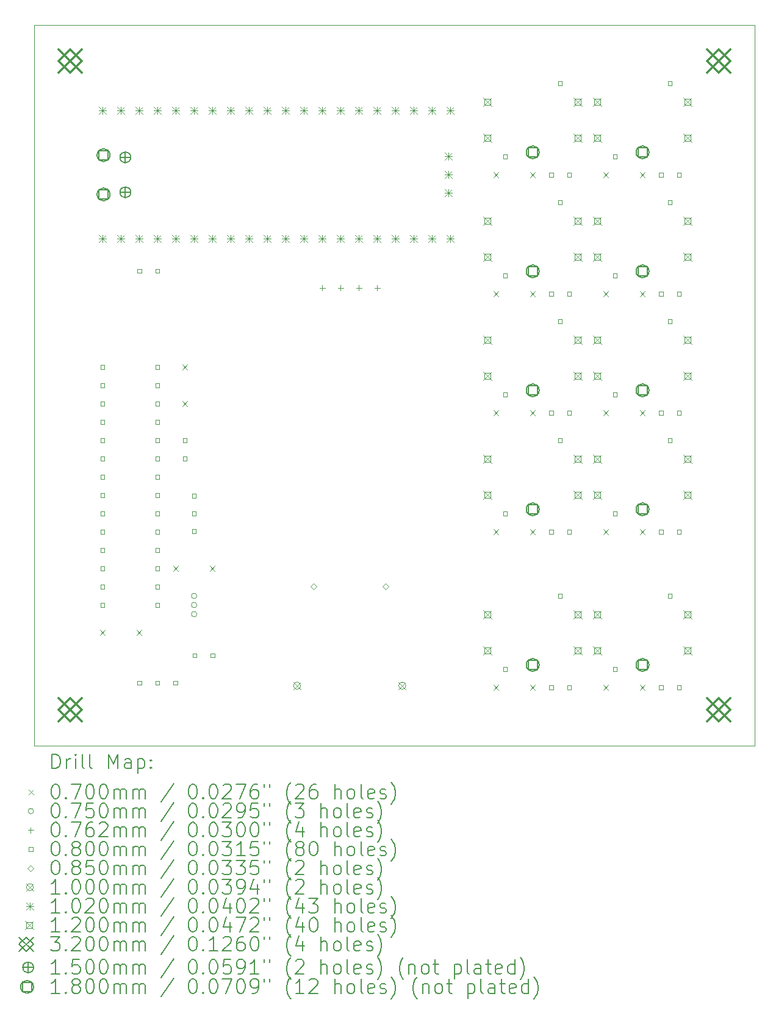
<source format=gbr>
%FSLAX45Y45*%
G04 Gerber Fmt 4.5, Leading zero omitted, Abs format (unit mm)*
G04 Created by KiCad (PCBNEW 6.0.2+dfsg-1) date 2024-01-09 17:30:43*
%MOMM*%
%LPD*%
G01*
G04 APERTURE LIST*
%TA.AperFunction,Profile*%
%ADD10C,0.100000*%
%TD*%
%ADD11C,0.200000*%
%ADD12C,0.070000*%
%ADD13C,0.075000*%
%ADD14C,0.076200*%
%ADD15C,0.080000*%
%ADD16C,0.085000*%
%ADD17C,0.100000*%
%ADD18C,0.102000*%
%ADD19C,0.120000*%
%ADD20C,0.320000*%
%ADD21C,0.150000*%
%ADD22C,0.180000*%
G04 APERTURE END LIST*
D10*
X4000000Y-3000000D02*
X14000000Y-3000000D01*
X14000000Y-3000000D02*
X14000000Y-13000000D01*
X14000000Y-13000000D02*
X4000000Y-13000000D01*
X4000000Y-13000000D02*
X4000000Y-3000000D01*
D11*
D12*
X4918000Y-11395000D02*
X4988000Y-11465000D01*
X4988000Y-11395000D02*
X4918000Y-11465000D01*
X5426000Y-11395000D02*
X5496000Y-11465000D01*
X5496000Y-11395000D02*
X5426000Y-11465000D01*
X5934000Y-10506000D02*
X6004000Y-10576000D01*
X6004000Y-10506000D02*
X5934000Y-10576000D01*
X6061000Y-7712000D02*
X6131000Y-7782000D01*
X6131000Y-7712000D02*
X6061000Y-7782000D01*
X6061000Y-8220000D02*
X6131000Y-8290000D01*
X6131000Y-8220000D02*
X6061000Y-8290000D01*
X6442000Y-10506000D02*
X6512000Y-10576000D01*
X6512000Y-10506000D02*
X6442000Y-10576000D01*
X10379000Y-5045000D02*
X10449000Y-5115000D01*
X10449000Y-5045000D02*
X10379000Y-5115000D01*
X10379000Y-6696000D02*
X10449000Y-6766000D01*
X10449000Y-6696000D02*
X10379000Y-6766000D01*
X10379000Y-8347000D02*
X10449000Y-8417000D01*
X10449000Y-8347000D02*
X10379000Y-8417000D01*
X10379000Y-9998000D02*
X10449000Y-10068000D01*
X10449000Y-9998000D02*
X10379000Y-10068000D01*
X10379000Y-12157000D02*
X10449000Y-12227000D01*
X10449000Y-12157000D02*
X10379000Y-12227000D01*
X10887000Y-5045000D02*
X10957000Y-5115000D01*
X10957000Y-5045000D02*
X10887000Y-5115000D01*
X10887000Y-6696000D02*
X10957000Y-6766000D01*
X10957000Y-6696000D02*
X10887000Y-6766000D01*
X10887000Y-8347000D02*
X10957000Y-8417000D01*
X10957000Y-8347000D02*
X10887000Y-8417000D01*
X10887000Y-9998000D02*
X10957000Y-10068000D01*
X10957000Y-9998000D02*
X10887000Y-10068000D01*
X10887000Y-12157000D02*
X10957000Y-12227000D01*
X10957000Y-12157000D02*
X10887000Y-12227000D01*
X11903000Y-5045000D02*
X11973000Y-5115000D01*
X11973000Y-5045000D02*
X11903000Y-5115000D01*
X11903000Y-6696000D02*
X11973000Y-6766000D01*
X11973000Y-6696000D02*
X11903000Y-6766000D01*
X11903000Y-8347000D02*
X11973000Y-8417000D01*
X11973000Y-8347000D02*
X11903000Y-8417000D01*
X11903000Y-9998000D02*
X11973000Y-10068000D01*
X11973000Y-9998000D02*
X11903000Y-10068000D01*
X11903000Y-12157000D02*
X11973000Y-12227000D01*
X11973000Y-12157000D02*
X11903000Y-12227000D01*
X12411000Y-5045000D02*
X12481000Y-5115000D01*
X12481000Y-5045000D02*
X12411000Y-5115000D01*
X12411000Y-6696000D02*
X12481000Y-6766000D01*
X12481000Y-6696000D02*
X12411000Y-6766000D01*
X12411000Y-8347000D02*
X12481000Y-8417000D01*
X12481000Y-8347000D02*
X12411000Y-8417000D01*
X12411000Y-9998000D02*
X12481000Y-10068000D01*
X12481000Y-9998000D02*
X12411000Y-10068000D01*
X12411000Y-12157000D02*
X12481000Y-12227000D01*
X12481000Y-12157000D02*
X12411000Y-12227000D01*
D13*
X6260500Y-10922000D02*
G75*
G03*
X6260500Y-10922000I-37500J0D01*
G01*
X6260500Y-11049000D02*
G75*
G03*
X6260500Y-11049000I-37500J0D01*
G01*
X6260500Y-11176000D02*
G75*
G03*
X6260500Y-11176000I-37500J0D01*
G01*
D14*
X8001000Y-6608900D02*
X8001000Y-6685100D01*
X7962900Y-6647000D02*
X8039100Y-6647000D01*
X8255000Y-6608900D02*
X8255000Y-6685100D01*
X8216900Y-6647000D02*
X8293100Y-6647000D01*
X8509000Y-6608900D02*
X8509000Y-6685100D01*
X8470900Y-6647000D02*
X8547100Y-6647000D01*
X8763000Y-6608900D02*
X8763000Y-6685100D01*
X8724900Y-6647000D02*
X8801100Y-6647000D01*
D15*
X4980285Y-7775284D02*
X4980285Y-7718715D01*
X4923716Y-7718715D01*
X4923716Y-7775284D01*
X4980285Y-7775284D01*
X4980285Y-8029284D02*
X4980285Y-7972715D01*
X4923716Y-7972715D01*
X4923716Y-8029284D01*
X4980285Y-8029284D01*
X4980285Y-8283284D02*
X4980285Y-8226715D01*
X4923716Y-8226715D01*
X4923716Y-8283284D01*
X4980285Y-8283284D01*
X4980285Y-8537285D02*
X4980285Y-8480716D01*
X4923716Y-8480716D01*
X4923716Y-8537285D01*
X4980285Y-8537285D01*
X4980285Y-8791285D02*
X4980285Y-8734716D01*
X4923716Y-8734716D01*
X4923716Y-8791285D01*
X4980285Y-8791285D01*
X4980285Y-9045285D02*
X4980285Y-8988716D01*
X4923716Y-8988716D01*
X4923716Y-9045285D01*
X4980285Y-9045285D01*
X4980285Y-9299285D02*
X4980285Y-9242716D01*
X4923716Y-9242716D01*
X4923716Y-9299285D01*
X4980285Y-9299285D01*
X4980285Y-9553285D02*
X4980285Y-9496716D01*
X4923716Y-9496716D01*
X4923716Y-9553285D01*
X4980285Y-9553285D01*
X4980285Y-9807285D02*
X4980285Y-9750716D01*
X4923716Y-9750716D01*
X4923716Y-9807285D01*
X4980285Y-9807285D01*
X4980285Y-10061285D02*
X4980285Y-10004716D01*
X4923716Y-10004716D01*
X4923716Y-10061285D01*
X4980285Y-10061285D01*
X4980285Y-10315285D02*
X4980285Y-10258716D01*
X4923716Y-10258716D01*
X4923716Y-10315285D01*
X4980285Y-10315285D01*
X4980285Y-10569285D02*
X4980285Y-10512716D01*
X4923716Y-10512716D01*
X4923716Y-10569285D01*
X4980285Y-10569285D01*
X4980285Y-10823285D02*
X4980285Y-10766716D01*
X4923716Y-10766716D01*
X4923716Y-10823285D01*
X4980285Y-10823285D01*
X4980285Y-11077285D02*
X4980285Y-11020716D01*
X4923716Y-11020716D01*
X4923716Y-11077285D01*
X4980285Y-11077285D01*
X5491285Y-6441784D02*
X5491285Y-6385215D01*
X5434716Y-6385215D01*
X5434716Y-6441784D01*
X5491285Y-6441784D01*
X5493285Y-12156784D02*
X5493285Y-12100215D01*
X5436716Y-12100215D01*
X5436716Y-12156784D01*
X5493285Y-12156784D01*
X5741284Y-6441784D02*
X5741284Y-6385215D01*
X5684715Y-6385215D01*
X5684715Y-6441784D01*
X5741284Y-6441784D01*
X5742284Y-7775284D02*
X5742284Y-7718715D01*
X5685715Y-7718715D01*
X5685715Y-7775284D01*
X5742284Y-7775284D01*
X5742284Y-8029284D02*
X5742284Y-7972715D01*
X5685715Y-7972715D01*
X5685715Y-8029284D01*
X5742284Y-8029284D01*
X5742284Y-8283284D02*
X5742284Y-8226715D01*
X5685715Y-8226715D01*
X5685715Y-8283284D01*
X5742284Y-8283284D01*
X5742284Y-8537285D02*
X5742284Y-8480716D01*
X5685715Y-8480716D01*
X5685715Y-8537285D01*
X5742284Y-8537285D01*
X5742284Y-8791285D02*
X5742284Y-8734716D01*
X5685715Y-8734716D01*
X5685715Y-8791285D01*
X5742284Y-8791285D01*
X5742284Y-9045285D02*
X5742284Y-8988716D01*
X5685715Y-8988716D01*
X5685715Y-9045285D01*
X5742284Y-9045285D01*
X5742284Y-9299285D02*
X5742284Y-9242716D01*
X5685715Y-9242716D01*
X5685715Y-9299285D01*
X5742284Y-9299285D01*
X5742284Y-9553285D02*
X5742284Y-9496716D01*
X5685715Y-9496716D01*
X5685715Y-9553285D01*
X5742284Y-9553285D01*
X5742284Y-9807285D02*
X5742284Y-9750716D01*
X5685715Y-9750716D01*
X5685715Y-9807285D01*
X5742284Y-9807285D01*
X5742284Y-10061285D02*
X5742284Y-10004716D01*
X5685715Y-10004716D01*
X5685715Y-10061285D01*
X5742284Y-10061285D01*
X5742284Y-10315285D02*
X5742284Y-10258716D01*
X5685715Y-10258716D01*
X5685715Y-10315285D01*
X5742284Y-10315285D01*
X5742284Y-10569285D02*
X5742284Y-10512716D01*
X5685715Y-10512716D01*
X5685715Y-10569285D01*
X5742284Y-10569285D01*
X5742284Y-10823285D02*
X5742284Y-10766716D01*
X5685715Y-10766716D01*
X5685715Y-10823285D01*
X5742284Y-10823285D01*
X5742284Y-11077285D02*
X5742284Y-11020716D01*
X5685715Y-11020716D01*
X5685715Y-11077285D01*
X5742284Y-11077285D01*
X5743284Y-12156784D02*
X5743284Y-12100215D01*
X5686715Y-12100215D01*
X5686715Y-12156784D01*
X5743284Y-12156784D01*
X5993284Y-12156784D02*
X5993284Y-12100215D01*
X5936715Y-12100215D01*
X5936715Y-12156784D01*
X5993284Y-12156784D01*
X6124284Y-8793285D02*
X6124284Y-8736716D01*
X6067715Y-8736716D01*
X6067715Y-8793285D01*
X6124284Y-8793285D01*
X6124284Y-9043285D02*
X6124284Y-8986716D01*
X6067715Y-8986716D01*
X6067715Y-9043285D01*
X6124284Y-9043285D01*
X6251284Y-9564285D02*
X6251284Y-9507716D01*
X6194715Y-9507716D01*
X6194715Y-9564285D01*
X6251284Y-9564285D01*
X6251284Y-9808285D02*
X6251284Y-9751716D01*
X6194715Y-9751716D01*
X6194715Y-9808285D01*
X6251284Y-9808285D01*
X6251284Y-10052285D02*
X6251284Y-9995716D01*
X6194715Y-9995716D01*
X6194715Y-10052285D01*
X6251284Y-10052285D01*
X6257773Y-11775784D02*
X6257773Y-11719215D01*
X6201204Y-11719215D01*
X6201204Y-11775784D01*
X6257773Y-11775784D01*
X6507773Y-11775784D02*
X6507773Y-11719215D01*
X6451204Y-11719215D01*
X6451204Y-11775784D01*
X6507773Y-11775784D01*
X10568285Y-4854285D02*
X10568285Y-4797716D01*
X10511716Y-4797716D01*
X10511716Y-4854285D01*
X10568285Y-4854285D01*
X10568285Y-6505284D02*
X10568285Y-6448715D01*
X10511716Y-6448715D01*
X10511716Y-6505284D01*
X10568285Y-6505284D01*
X10568285Y-8156284D02*
X10568285Y-8099715D01*
X10511716Y-8099715D01*
X10511716Y-8156284D01*
X10568285Y-8156284D01*
X10568285Y-9807285D02*
X10568285Y-9750716D01*
X10511716Y-9750716D01*
X10511716Y-9807285D01*
X10568285Y-9807285D01*
X10568285Y-11966284D02*
X10568285Y-11909715D01*
X10511716Y-11909715D01*
X10511716Y-11966284D01*
X10568285Y-11966284D01*
X11206284Y-5108285D02*
X11206284Y-5051716D01*
X11149716Y-5051716D01*
X11149716Y-5108285D01*
X11206284Y-5108285D01*
X11208284Y-6759284D02*
X11208284Y-6702715D01*
X11151716Y-6702715D01*
X11151716Y-6759284D01*
X11208284Y-6759284D01*
X11208284Y-8410285D02*
X11208284Y-8353715D01*
X11151716Y-8353715D01*
X11151716Y-8410285D01*
X11208284Y-8410285D01*
X11208284Y-10061285D02*
X11208284Y-10004716D01*
X11151716Y-10004716D01*
X11151716Y-10061285D01*
X11208284Y-10061285D01*
X11208284Y-12220284D02*
X11208284Y-12163715D01*
X11151716Y-12163715D01*
X11151716Y-12220284D01*
X11208284Y-12220284D01*
X11330284Y-3837284D02*
X11330284Y-3780715D01*
X11273715Y-3780715D01*
X11273715Y-3837284D01*
X11330284Y-3837284D01*
X11330284Y-5488285D02*
X11330284Y-5431716D01*
X11273715Y-5431716D01*
X11273715Y-5488285D01*
X11330284Y-5488285D01*
X11330284Y-7139284D02*
X11330284Y-7082715D01*
X11273715Y-7082715D01*
X11273715Y-7139284D01*
X11330284Y-7139284D01*
X11330284Y-8790285D02*
X11330284Y-8733716D01*
X11273715Y-8733716D01*
X11273715Y-8790285D01*
X11330284Y-8790285D01*
X11330284Y-10949285D02*
X11330284Y-10892716D01*
X11273715Y-10892716D01*
X11273715Y-10949285D01*
X11330284Y-10949285D01*
X11456284Y-5108285D02*
X11456284Y-5051716D01*
X11399715Y-5051716D01*
X11399715Y-5108285D01*
X11456284Y-5108285D01*
X11458284Y-6759284D02*
X11458284Y-6702715D01*
X11401715Y-6702715D01*
X11401715Y-6759284D01*
X11458284Y-6759284D01*
X11458284Y-8410285D02*
X11458284Y-8353715D01*
X11401715Y-8353715D01*
X11401715Y-8410285D01*
X11458284Y-8410285D01*
X11458284Y-10061285D02*
X11458284Y-10004716D01*
X11401715Y-10004716D01*
X11401715Y-10061285D01*
X11458284Y-10061285D01*
X11458284Y-12220284D02*
X11458284Y-12163715D01*
X11401715Y-12163715D01*
X11401715Y-12220284D01*
X11458284Y-12220284D01*
X12092284Y-4854285D02*
X12092284Y-4797716D01*
X12035715Y-4797716D01*
X12035715Y-4854285D01*
X12092284Y-4854285D01*
X12092284Y-6505284D02*
X12092284Y-6448715D01*
X12035715Y-6448715D01*
X12035715Y-6505284D01*
X12092284Y-6505284D01*
X12092284Y-8156284D02*
X12092284Y-8099715D01*
X12035715Y-8099715D01*
X12035715Y-8156284D01*
X12092284Y-8156284D01*
X12092284Y-9807285D02*
X12092284Y-9750716D01*
X12035715Y-9750716D01*
X12035715Y-9807285D01*
X12092284Y-9807285D01*
X12092284Y-11966284D02*
X12092284Y-11909715D01*
X12035715Y-11909715D01*
X12035715Y-11966284D01*
X12092284Y-11966284D01*
X12732284Y-5108285D02*
X12732284Y-5051716D01*
X12675715Y-5051716D01*
X12675715Y-5108285D01*
X12732284Y-5108285D01*
X12732284Y-6759284D02*
X12732284Y-6702715D01*
X12675715Y-6702715D01*
X12675715Y-6759284D01*
X12732284Y-6759284D01*
X12732284Y-8410285D02*
X12732284Y-8353715D01*
X12675715Y-8353715D01*
X12675715Y-8410285D01*
X12732284Y-8410285D01*
X12732284Y-10061285D02*
X12732284Y-10004716D01*
X12675715Y-10004716D01*
X12675715Y-10061285D01*
X12732284Y-10061285D01*
X12732284Y-12220284D02*
X12732284Y-12163715D01*
X12675715Y-12163715D01*
X12675715Y-12220284D01*
X12732284Y-12220284D01*
X12854284Y-3837284D02*
X12854284Y-3780715D01*
X12797715Y-3780715D01*
X12797715Y-3837284D01*
X12854284Y-3837284D01*
X12854284Y-5488285D02*
X12854284Y-5431716D01*
X12797715Y-5431716D01*
X12797715Y-5488285D01*
X12854284Y-5488285D01*
X12854284Y-7139284D02*
X12854284Y-7082715D01*
X12797715Y-7082715D01*
X12797715Y-7139284D01*
X12854284Y-7139284D01*
X12854284Y-8790285D02*
X12854284Y-8733716D01*
X12797715Y-8733716D01*
X12797715Y-8790285D01*
X12854284Y-8790285D01*
X12854284Y-10949285D02*
X12854284Y-10892716D01*
X12797715Y-10892716D01*
X12797715Y-10949285D01*
X12854284Y-10949285D01*
X12982284Y-5108285D02*
X12982284Y-5051716D01*
X12925715Y-5051716D01*
X12925715Y-5108285D01*
X12982284Y-5108285D01*
X12982284Y-6759284D02*
X12982284Y-6702715D01*
X12925715Y-6702715D01*
X12925715Y-6759284D01*
X12982284Y-6759284D01*
X12982284Y-8410285D02*
X12982284Y-8353715D01*
X12925715Y-8353715D01*
X12925715Y-8410285D01*
X12982284Y-8410285D01*
X12982284Y-10061285D02*
X12982284Y-10004716D01*
X12925715Y-10004716D01*
X12925715Y-10061285D01*
X12982284Y-10061285D01*
X12982284Y-12220284D02*
X12982284Y-12163715D01*
X12925715Y-12163715D01*
X12925715Y-12220284D01*
X12982284Y-12220284D01*
D16*
X7882000Y-10837500D02*
X7924500Y-10795000D01*
X7882000Y-10752500D01*
X7839500Y-10795000D01*
X7882000Y-10837500D01*
X8882000Y-10837500D02*
X8924500Y-10795000D01*
X8882000Y-10752500D01*
X8839500Y-10795000D01*
X8882000Y-10837500D01*
D17*
X7602000Y-12118500D02*
X7702000Y-12218500D01*
X7702000Y-12118500D02*
X7602000Y-12218500D01*
X7702000Y-12168500D02*
G75*
G03*
X7702000Y-12168500I-50000J0D01*
G01*
X9062000Y-12118500D02*
X9162000Y-12218500D01*
X9162000Y-12118500D02*
X9062000Y-12218500D01*
X9162000Y-12168500D02*
G75*
G03*
X9162000Y-12168500I-50000J0D01*
G01*
D18*
X4902000Y-4140000D02*
X5004000Y-4242000D01*
X5004000Y-4140000D02*
X4902000Y-4242000D01*
X4953000Y-4140000D02*
X4953000Y-4242000D01*
X4902000Y-4191000D02*
X5004000Y-4191000D01*
X4902000Y-5918000D02*
X5004000Y-6020000D01*
X5004000Y-5918000D02*
X4902000Y-6020000D01*
X4953000Y-5918000D02*
X4953000Y-6020000D01*
X4902000Y-5969000D02*
X5004000Y-5969000D01*
X5156000Y-4140000D02*
X5258000Y-4242000D01*
X5258000Y-4140000D02*
X5156000Y-4242000D01*
X5207000Y-4140000D02*
X5207000Y-4242000D01*
X5156000Y-4191000D02*
X5258000Y-4191000D01*
X5156000Y-5918000D02*
X5258000Y-6020000D01*
X5258000Y-5918000D02*
X5156000Y-6020000D01*
X5207000Y-5918000D02*
X5207000Y-6020000D01*
X5156000Y-5969000D02*
X5258000Y-5969000D01*
X5410000Y-4140000D02*
X5512000Y-4242000D01*
X5512000Y-4140000D02*
X5410000Y-4242000D01*
X5461000Y-4140000D02*
X5461000Y-4242000D01*
X5410000Y-4191000D02*
X5512000Y-4191000D01*
X5410000Y-5918000D02*
X5512000Y-6020000D01*
X5512000Y-5918000D02*
X5410000Y-6020000D01*
X5461000Y-5918000D02*
X5461000Y-6020000D01*
X5410000Y-5969000D02*
X5512000Y-5969000D01*
X5664000Y-4140000D02*
X5766000Y-4242000D01*
X5766000Y-4140000D02*
X5664000Y-4242000D01*
X5715000Y-4140000D02*
X5715000Y-4242000D01*
X5664000Y-4191000D02*
X5766000Y-4191000D01*
X5664000Y-5918000D02*
X5766000Y-6020000D01*
X5766000Y-5918000D02*
X5664000Y-6020000D01*
X5715000Y-5918000D02*
X5715000Y-6020000D01*
X5664000Y-5969000D02*
X5766000Y-5969000D01*
X5918000Y-4140000D02*
X6020000Y-4242000D01*
X6020000Y-4140000D02*
X5918000Y-4242000D01*
X5969000Y-4140000D02*
X5969000Y-4242000D01*
X5918000Y-4191000D02*
X6020000Y-4191000D01*
X5918000Y-5918000D02*
X6020000Y-6020000D01*
X6020000Y-5918000D02*
X5918000Y-6020000D01*
X5969000Y-5918000D02*
X5969000Y-6020000D01*
X5918000Y-5969000D02*
X6020000Y-5969000D01*
X6172000Y-4140000D02*
X6274000Y-4242000D01*
X6274000Y-4140000D02*
X6172000Y-4242000D01*
X6223000Y-4140000D02*
X6223000Y-4242000D01*
X6172000Y-4191000D02*
X6274000Y-4191000D01*
X6172000Y-5918000D02*
X6274000Y-6020000D01*
X6274000Y-5918000D02*
X6172000Y-6020000D01*
X6223000Y-5918000D02*
X6223000Y-6020000D01*
X6172000Y-5969000D02*
X6274000Y-5969000D01*
X6426000Y-4140000D02*
X6528000Y-4242000D01*
X6528000Y-4140000D02*
X6426000Y-4242000D01*
X6477000Y-4140000D02*
X6477000Y-4242000D01*
X6426000Y-4191000D02*
X6528000Y-4191000D01*
X6426000Y-5918000D02*
X6528000Y-6020000D01*
X6528000Y-5918000D02*
X6426000Y-6020000D01*
X6477000Y-5918000D02*
X6477000Y-6020000D01*
X6426000Y-5969000D02*
X6528000Y-5969000D01*
X6680000Y-4140000D02*
X6782000Y-4242000D01*
X6782000Y-4140000D02*
X6680000Y-4242000D01*
X6731000Y-4140000D02*
X6731000Y-4242000D01*
X6680000Y-4191000D02*
X6782000Y-4191000D01*
X6680000Y-5918000D02*
X6782000Y-6020000D01*
X6782000Y-5918000D02*
X6680000Y-6020000D01*
X6731000Y-5918000D02*
X6731000Y-6020000D01*
X6680000Y-5969000D02*
X6782000Y-5969000D01*
X6934000Y-4140000D02*
X7036000Y-4242000D01*
X7036000Y-4140000D02*
X6934000Y-4242000D01*
X6985000Y-4140000D02*
X6985000Y-4242000D01*
X6934000Y-4191000D02*
X7036000Y-4191000D01*
X6934000Y-5918000D02*
X7036000Y-6020000D01*
X7036000Y-5918000D02*
X6934000Y-6020000D01*
X6985000Y-5918000D02*
X6985000Y-6020000D01*
X6934000Y-5969000D02*
X7036000Y-5969000D01*
X7188000Y-4140000D02*
X7290000Y-4242000D01*
X7290000Y-4140000D02*
X7188000Y-4242000D01*
X7239000Y-4140000D02*
X7239000Y-4242000D01*
X7188000Y-4191000D02*
X7290000Y-4191000D01*
X7188000Y-5918000D02*
X7290000Y-6020000D01*
X7290000Y-5918000D02*
X7188000Y-6020000D01*
X7239000Y-5918000D02*
X7239000Y-6020000D01*
X7188000Y-5969000D02*
X7290000Y-5969000D01*
X7442000Y-4140000D02*
X7544000Y-4242000D01*
X7544000Y-4140000D02*
X7442000Y-4242000D01*
X7493000Y-4140000D02*
X7493000Y-4242000D01*
X7442000Y-4191000D02*
X7544000Y-4191000D01*
X7442000Y-5918000D02*
X7544000Y-6020000D01*
X7544000Y-5918000D02*
X7442000Y-6020000D01*
X7493000Y-5918000D02*
X7493000Y-6020000D01*
X7442000Y-5969000D02*
X7544000Y-5969000D01*
X7696000Y-4140000D02*
X7798000Y-4242000D01*
X7798000Y-4140000D02*
X7696000Y-4242000D01*
X7747000Y-4140000D02*
X7747000Y-4242000D01*
X7696000Y-4191000D02*
X7798000Y-4191000D01*
X7696000Y-5918000D02*
X7798000Y-6020000D01*
X7798000Y-5918000D02*
X7696000Y-6020000D01*
X7747000Y-5918000D02*
X7747000Y-6020000D01*
X7696000Y-5969000D02*
X7798000Y-5969000D01*
X7950000Y-4140000D02*
X8052000Y-4242000D01*
X8052000Y-4140000D02*
X7950000Y-4242000D01*
X8001000Y-4140000D02*
X8001000Y-4242000D01*
X7950000Y-4191000D02*
X8052000Y-4191000D01*
X7950000Y-5918000D02*
X8052000Y-6020000D01*
X8052000Y-5918000D02*
X7950000Y-6020000D01*
X8001000Y-5918000D02*
X8001000Y-6020000D01*
X7950000Y-5969000D02*
X8052000Y-5969000D01*
X8204000Y-4140000D02*
X8306000Y-4242000D01*
X8306000Y-4140000D02*
X8204000Y-4242000D01*
X8255000Y-4140000D02*
X8255000Y-4242000D01*
X8204000Y-4191000D02*
X8306000Y-4191000D01*
X8204000Y-5918000D02*
X8306000Y-6020000D01*
X8306000Y-5918000D02*
X8204000Y-6020000D01*
X8255000Y-5918000D02*
X8255000Y-6020000D01*
X8204000Y-5969000D02*
X8306000Y-5969000D01*
X8458000Y-4140000D02*
X8560000Y-4242000D01*
X8560000Y-4140000D02*
X8458000Y-4242000D01*
X8509000Y-4140000D02*
X8509000Y-4242000D01*
X8458000Y-4191000D02*
X8560000Y-4191000D01*
X8458000Y-5918000D02*
X8560000Y-6020000D01*
X8560000Y-5918000D02*
X8458000Y-6020000D01*
X8509000Y-5918000D02*
X8509000Y-6020000D01*
X8458000Y-5969000D02*
X8560000Y-5969000D01*
X8712000Y-4140000D02*
X8814000Y-4242000D01*
X8814000Y-4140000D02*
X8712000Y-4242000D01*
X8763000Y-4140000D02*
X8763000Y-4242000D01*
X8712000Y-4191000D02*
X8814000Y-4191000D01*
X8712000Y-5918000D02*
X8814000Y-6020000D01*
X8814000Y-5918000D02*
X8712000Y-6020000D01*
X8763000Y-5918000D02*
X8763000Y-6020000D01*
X8712000Y-5969000D02*
X8814000Y-5969000D01*
X8966000Y-4140000D02*
X9068000Y-4242000D01*
X9068000Y-4140000D02*
X8966000Y-4242000D01*
X9017000Y-4140000D02*
X9017000Y-4242000D01*
X8966000Y-4191000D02*
X9068000Y-4191000D01*
X8966000Y-5918000D02*
X9068000Y-6020000D01*
X9068000Y-5918000D02*
X8966000Y-6020000D01*
X9017000Y-5918000D02*
X9017000Y-6020000D01*
X8966000Y-5969000D02*
X9068000Y-5969000D01*
X9220000Y-4140000D02*
X9322000Y-4242000D01*
X9322000Y-4140000D02*
X9220000Y-4242000D01*
X9271000Y-4140000D02*
X9271000Y-4242000D01*
X9220000Y-4191000D02*
X9322000Y-4191000D01*
X9220000Y-5918000D02*
X9322000Y-6020000D01*
X9322000Y-5918000D02*
X9220000Y-6020000D01*
X9271000Y-5918000D02*
X9271000Y-6020000D01*
X9220000Y-5969000D02*
X9322000Y-5969000D01*
X9474000Y-4140000D02*
X9576000Y-4242000D01*
X9576000Y-4140000D02*
X9474000Y-4242000D01*
X9525000Y-4140000D02*
X9525000Y-4242000D01*
X9474000Y-4191000D02*
X9576000Y-4191000D01*
X9474000Y-5918000D02*
X9576000Y-6020000D01*
X9576000Y-5918000D02*
X9474000Y-6020000D01*
X9525000Y-5918000D02*
X9525000Y-6020000D01*
X9474000Y-5969000D02*
X9576000Y-5969000D01*
X9705000Y-4775000D02*
X9807000Y-4877000D01*
X9807000Y-4775000D02*
X9705000Y-4877000D01*
X9756000Y-4775000D02*
X9756000Y-4877000D01*
X9705000Y-4826000D02*
X9807000Y-4826000D01*
X9705000Y-5029000D02*
X9807000Y-5131000D01*
X9807000Y-5029000D02*
X9705000Y-5131000D01*
X9756000Y-5029000D02*
X9756000Y-5131000D01*
X9705000Y-5080000D02*
X9807000Y-5080000D01*
X9705000Y-5283000D02*
X9807000Y-5385000D01*
X9807000Y-5283000D02*
X9705000Y-5385000D01*
X9756000Y-5283000D02*
X9756000Y-5385000D01*
X9705000Y-5334000D02*
X9807000Y-5334000D01*
X9728000Y-4140000D02*
X9830000Y-4242000D01*
X9830000Y-4140000D02*
X9728000Y-4242000D01*
X9779000Y-4140000D02*
X9779000Y-4242000D01*
X9728000Y-4191000D02*
X9830000Y-4191000D01*
X9728000Y-5918000D02*
X9830000Y-6020000D01*
X9830000Y-5918000D02*
X9728000Y-6020000D01*
X9779000Y-5918000D02*
X9779000Y-6020000D01*
X9728000Y-5969000D02*
X9830000Y-5969000D01*
D19*
X10237000Y-4008000D02*
X10357000Y-4128000D01*
X10357000Y-4008000D02*
X10237000Y-4128000D01*
X10339427Y-4110427D02*
X10339427Y-4025573D01*
X10254573Y-4025573D01*
X10254573Y-4110427D01*
X10339427Y-4110427D01*
X10237000Y-4508000D02*
X10357000Y-4628000D01*
X10357000Y-4508000D02*
X10237000Y-4628000D01*
X10339427Y-4610427D02*
X10339427Y-4525573D01*
X10254573Y-4525573D01*
X10254573Y-4610427D01*
X10339427Y-4610427D01*
X10237000Y-5659000D02*
X10357000Y-5779000D01*
X10357000Y-5659000D02*
X10237000Y-5779000D01*
X10339427Y-5761427D02*
X10339427Y-5676573D01*
X10254573Y-5676573D01*
X10254573Y-5761427D01*
X10339427Y-5761427D01*
X10237000Y-6159000D02*
X10357000Y-6279000D01*
X10357000Y-6159000D02*
X10237000Y-6279000D01*
X10339427Y-6261427D02*
X10339427Y-6176573D01*
X10254573Y-6176573D01*
X10254573Y-6261427D01*
X10339427Y-6261427D01*
X10237000Y-7310000D02*
X10357000Y-7430000D01*
X10357000Y-7310000D02*
X10237000Y-7430000D01*
X10339427Y-7412427D02*
X10339427Y-7327573D01*
X10254573Y-7327573D01*
X10254573Y-7412427D01*
X10339427Y-7412427D01*
X10237000Y-7810000D02*
X10357000Y-7930000D01*
X10357000Y-7810000D02*
X10237000Y-7930000D01*
X10339427Y-7912427D02*
X10339427Y-7827573D01*
X10254573Y-7827573D01*
X10254573Y-7912427D01*
X10339427Y-7912427D01*
X10237000Y-8961000D02*
X10357000Y-9081000D01*
X10357000Y-8961000D02*
X10237000Y-9081000D01*
X10339427Y-9063427D02*
X10339427Y-8978573D01*
X10254573Y-8978573D01*
X10254573Y-9063427D01*
X10339427Y-9063427D01*
X10237000Y-9461000D02*
X10357000Y-9581000D01*
X10357000Y-9461000D02*
X10237000Y-9581000D01*
X10339427Y-9563427D02*
X10339427Y-9478573D01*
X10254573Y-9478573D01*
X10254573Y-9563427D01*
X10339427Y-9563427D01*
X10237000Y-11120000D02*
X10357000Y-11240000D01*
X10357000Y-11120000D02*
X10237000Y-11240000D01*
X10339427Y-11222427D02*
X10339427Y-11137573D01*
X10254573Y-11137573D01*
X10254573Y-11222427D01*
X10339427Y-11222427D01*
X10237000Y-11620000D02*
X10357000Y-11740000D01*
X10357000Y-11620000D02*
X10237000Y-11740000D01*
X10339427Y-11722427D02*
X10339427Y-11637573D01*
X10254573Y-11637573D01*
X10254573Y-11722427D01*
X10339427Y-11722427D01*
X11487000Y-4008000D02*
X11607000Y-4128000D01*
X11607000Y-4008000D02*
X11487000Y-4128000D01*
X11589427Y-4110427D02*
X11589427Y-4025573D01*
X11504573Y-4025573D01*
X11504573Y-4110427D01*
X11589427Y-4110427D01*
X11487000Y-4508000D02*
X11607000Y-4628000D01*
X11607000Y-4508000D02*
X11487000Y-4628000D01*
X11589427Y-4610427D02*
X11589427Y-4525573D01*
X11504573Y-4525573D01*
X11504573Y-4610427D01*
X11589427Y-4610427D01*
X11487000Y-5659000D02*
X11607000Y-5779000D01*
X11607000Y-5659000D02*
X11487000Y-5779000D01*
X11589427Y-5761427D02*
X11589427Y-5676573D01*
X11504573Y-5676573D01*
X11504573Y-5761427D01*
X11589427Y-5761427D01*
X11487000Y-6159000D02*
X11607000Y-6279000D01*
X11607000Y-6159000D02*
X11487000Y-6279000D01*
X11589427Y-6261427D02*
X11589427Y-6176573D01*
X11504573Y-6176573D01*
X11504573Y-6261427D01*
X11589427Y-6261427D01*
X11487000Y-7310000D02*
X11607000Y-7430000D01*
X11607000Y-7310000D02*
X11487000Y-7430000D01*
X11589427Y-7412427D02*
X11589427Y-7327573D01*
X11504573Y-7327573D01*
X11504573Y-7412427D01*
X11589427Y-7412427D01*
X11487000Y-7810000D02*
X11607000Y-7930000D01*
X11607000Y-7810000D02*
X11487000Y-7930000D01*
X11589427Y-7912427D02*
X11589427Y-7827573D01*
X11504573Y-7827573D01*
X11504573Y-7912427D01*
X11589427Y-7912427D01*
X11487000Y-8961000D02*
X11607000Y-9081000D01*
X11607000Y-8961000D02*
X11487000Y-9081000D01*
X11589427Y-9063427D02*
X11589427Y-8978573D01*
X11504573Y-8978573D01*
X11504573Y-9063427D01*
X11589427Y-9063427D01*
X11487000Y-9461000D02*
X11607000Y-9581000D01*
X11607000Y-9461000D02*
X11487000Y-9581000D01*
X11589427Y-9563427D02*
X11589427Y-9478573D01*
X11504573Y-9478573D01*
X11504573Y-9563427D01*
X11589427Y-9563427D01*
X11487000Y-11120000D02*
X11607000Y-11240000D01*
X11607000Y-11120000D02*
X11487000Y-11240000D01*
X11589427Y-11222427D02*
X11589427Y-11137573D01*
X11504573Y-11137573D01*
X11504573Y-11222427D01*
X11589427Y-11222427D01*
X11487000Y-11620000D02*
X11607000Y-11740000D01*
X11607000Y-11620000D02*
X11487000Y-11740000D01*
X11589427Y-11722427D02*
X11589427Y-11637573D01*
X11504573Y-11637573D01*
X11504573Y-11722427D01*
X11589427Y-11722427D01*
X11761000Y-4008000D02*
X11881000Y-4128000D01*
X11881000Y-4008000D02*
X11761000Y-4128000D01*
X11863427Y-4110427D02*
X11863427Y-4025573D01*
X11778573Y-4025573D01*
X11778573Y-4110427D01*
X11863427Y-4110427D01*
X11761000Y-4508000D02*
X11881000Y-4628000D01*
X11881000Y-4508000D02*
X11761000Y-4628000D01*
X11863427Y-4610427D02*
X11863427Y-4525573D01*
X11778573Y-4525573D01*
X11778573Y-4610427D01*
X11863427Y-4610427D01*
X11761000Y-5659000D02*
X11881000Y-5779000D01*
X11881000Y-5659000D02*
X11761000Y-5779000D01*
X11863427Y-5761427D02*
X11863427Y-5676573D01*
X11778573Y-5676573D01*
X11778573Y-5761427D01*
X11863427Y-5761427D01*
X11761000Y-6159000D02*
X11881000Y-6279000D01*
X11881000Y-6159000D02*
X11761000Y-6279000D01*
X11863427Y-6261427D02*
X11863427Y-6176573D01*
X11778573Y-6176573D01*
X11778573Y-6261427D01*
X11863427Y-6261427D01*
X11761000Y-7310000D02*
X11881000Y-7430000D01*
X11881000Y-7310000D02*
X11761000Y-7430000D01*
X11863427Y-7412427D02*
X11863427Y-7327573D01*
X11778573Y-7327573D01*
X11778573Y-7412427D01*
X11863427Y-7412427D01*
X11761000Y-7810000D02*
X11881000Y-7930000D01*
X11881000Y-7810000D02*
X11761000Y-7930000D01*
X11863427Y-7912427D02*
X11863427Y-7827573D01*
X11778573Y-7827573D01*
X11778573Y-7912427D01*
X11863427Y-7912427D01*
X11761000Y-8961000D02*
X11881000Y-9081000D01*
X11881000Y-8961000D02*
X11761000Y-9081000D01*
X11863427Y-9063427D02*
X11863427Y-8978573D01*
X11778573Y-8978573D01*
X11778573Y-9063427D01*
X11863427Y-9063427D01*
X11761000Y-9461000D02*
X11881000Y-9581000D01*
X11881000Y-9461000D02*
X11761000Y-9581000D01*
X11863427Y-9563427D02*
X11863427Y-9478573D01*
X11778573Y-9478573D01*
X11778573Y-9563427D01*
X11863427Y-9563427D01*
X11761000Y-11120000D02*
X11881000Y-11240000D01*
X11881000Y-11120000D02*
X11761000Y-11240000D01*
X11863427Y-11222427D02*
X11863427Y-11137573D01*
X11778573Y-11137573D01*
X11778573Y-11222427D01*
X11863427Y-11222427D01*
X11761000Y-11620000D02*
X11881000Y-11740000D01*
X11881000Y-11620000D02*
X11761000Y-11740000D01*
X11863427Y-11722427D02*
X11863427Y-11637573D01*
X11778573Y-11637573D01*
X11778573Y-11722427D01*
X11863427Y-11722427D01*
X13011000Y-4008000D02*
X13131000Y-4128000D01*
X13131000Y-4008000D02*
X13011000Y-4128000D01*
X13113427Y-4110427D02*
X13113427Y-4025573D01*
X13028573Y-4025573D01*
X13028573Y-4110427D01*
X13113427Y-4110427D01*
X13011000Y-4508000D02*
X13131000Y-4628000D01*
X13131000Y-4508000D02*
X13011000Y-4628000D01*
X13113427Y-4610427D02*
X13113427Y-4525573D01*
X13028573Y-4525573D01*
X13028573Y-4610427D01*
X13113427Y-4610427D01*
X13011000Y-5659000D02*
X13131000Y-5779000D01*
X13131000Y-5659000D02*
X13011000Y-5779000D01*
X13113427Y-5761427D02*
X13113427Y-5676573D01*
X13028573Y-5676573D01*
X13028573Y-5761427D01*
X13113427Y-5761427D01*
X13011000Y-6159000D02*
X13131000Y-6279000D01*
X13131000Y-6159000D02*
X13011000Y-6279000D01*
X13113427Y-6261427D02*
X13113427Y-6176573D01*
X13028573Y-6176573D01*
X13028573Y-6261427D01*
X13113427Y-6261427D01*
X13011000Y-7310000D02*
X13131000Y-7430000D01*
X13131000Y-7310000D02*
X13011000Y-7430000D01*
X13113427Y-7412427D02*
X13113427Y-7327573D01*
X13028573Y-7327573D01*
X13028573Y-7412427D01*
X13113427Y-7412427D01*
X13011000Y-7810000D02*
X13131000Y-7930000D01*
X13131000Y-7810000D02*
X13011000Y-7930000D01*
X13113427Y-7912427D02*
X13113427Y-7827573D01*
X13028573Y-7827573D01*
X13028573Y-7912427D01*
X13113427Y-7912427D01*
X13011000Y-8961000D02*
X13131000Y-9081000D01*
X13131000Y-8961000D02*
X13011000Y-9081000D01*
X13113427Y-9063427D02*
X13113427Y-8978573D01*
X13028573Y-8978573D01*
X13028573Y-9063427D01*
X13113427Y-9063427D01*
X13011000Y-9461000D02*
X13131000Y-9581000D01*
X13131000Y-9461000D02*
X13011000Y-9581000D01*
X13113427Y-9563427D02*
X13113427Y-9478573D01*
X13028573Y-9478573D01*
X13028573Y-9563427D01*
X13113427Y-9563427D01*
X13011000Y-11120000D02*
X13131000Y-11240000D01*
X13131000Y-11120000D02*
X13011000Y-11240000D01*
X13113427Y-11222427D02*
X13113427Y-11137573D01*
X13028573Y-11137573D01*
X13028573Y-11222427D01*
X13113427Y-11222427D01*
X13011000Y-11620000D02*
X13131000Y-11740000D01*
X13131000Y-11620000D02*
X13011000Y-11740000D01*
X13113427Y-11722427D02*
X13113427Y-11637573D01*
X13028573Y-11637573D01*
X13028573Y-11722427D01*
X13113427Y-11722427D01*
D20*
X4340000Y-3340000D02*
X4660000Y-3660000D01*
X4660000Y-3340000D02*
X4340000Y-3660000D01*
X4500000Y-3660000D02*
X4660000Y-3500000D01*
X4500000Y-3340000D01*
X4340000Y-3500000D01*
X4500000Y-3660000D01*
X4340000Y-12340000D02*
X4660000Y-12660000D01*
X4660000Y-12340000D02*
X4340000Y-12660000D01*
X4500000Y-12660000D02*
X4660000Y-12500000D01*
X4500000Y-12340000D01*
X4340000Y-12500000D01*
X4500000Y-12660000D01*
X13340000Y-3340000D02*
X13660000Y-3660000D01*
X13660000Y-3340000D02*
X13340000Y-3660000D01*
X13500000Y-3660000D02*
X13660000Y-3500000D01*
X13500000Y-3340000D01*
X13340000Y-3500000D01*
X13500000Y-3660000D01*
X13340000Y-12340000D02*
X13660000Y-12660000D01*
X13660000Y-12340000D02*
X13340000Y-12660000D01*
X13500000Y-12660000D02*
X13660000Y-12500000D01*
X13500000Y-12340000D01*
X13340000Y-12500000D01*
X13500000Y-12660000D01*
D21*
X5269000Y-4762500D02*
X5269000Y-4912500D01*
X5194000Y-4837500D02*
X5344000Y-4837500D01*
X5344000Y-4837500D02*
G75*
G03*
X5344000Y-4837500I-75000J0D01*
G01*
X5269000Y-5247500D02*
X5269000Y-5397500D01*
X5194000Y-5322500D02*
X5344000Y-5322500D01*
X5344000Y-5322500D02*
G75*
G03*
X5344000Y-5322500I-75000J0D01*
G01*
D22*
X5029640Y-4871140D02*
X5029640Y-4743860D01*
X4902360Y-4743860D01*
X4902360Y-4871140D01*
X5029640Y-4871140D01*
X5056000Y-4807500D02*
G75*
G03*
X5056000Y-4807500I-90000J0D01*
G01*
X5029640Y-5416140D02*
X5029640Y-5288860D01*
X4902360Y-5288860D01*
X4902360Y-5416140D01*
X5029640Y-5416140D01*
X5056000Y-5352500D02*
G75*
G03*
X5056000Y-5352500I-90000J0D01*
G01*
X10985640Y-4831640D02*
X10985640Y-4704360D01*
X10858360Y-4704360D01*
X10858360Y-4831640D01*
X10985640Y-4831640D01*
X11012000Y-4768000D02*
G75*
G03*
X11012000Y-4768000I-90000J0D01*
G01*
X10985640Y-6482640D02*
X10985640Y-6355360D01*
X10858360Y-6355360D01*
X10858360Y-6482640D01*
X10985640Y-6482640D01*
X11012000Y-6419000D02*
G75*
G03*
X11012000Y-6419000I-90000J0D01*
G01*
X10985640Y-8133640D02*
X10985640Y-8006360D01*
X10858360Y-8006360D01*
X10858360Y-8133640D01*
X10985640Y-8133640D01*
X11012000Y-8070000D02*
G75*
G03*
X11012000Y-8070000I-90000J0D01*
G01*
X10985640Y-9784640D02*
X10985640Y-9657360D01*
X10858360Y-9657360D01*
X10858360Y-9784640D01*
X10985640Y-9784640D01*
X11012000Y-9721000D02*
G75*
G03*
X11012000Y-9721000I-90000J0D01*
G01*
X10985640Y-11943640D02*
X10985640Y-11816360D01*
X10858360Y-11816360D01*
X10858360Y-11943640D01*
X10985640Y-11943640D01*
X11012000Y-11880000D02*
G75*
G03*
X11012000Y-11880000I-90000J0D01*
G01*
X12509640Y-4831640D02*
X12509640Y-4704360D01*
X12382360Y-4704360D01*
X12382360Y-4831640D01*
X12509640Y-4831640D01*
X12536000Y-4768000D02*
G75*
G03*
X12536000Y-4768000I-90000J0D01*
G01*
X12509640Y-6482640D02*
X12509640Y-6355360D01*
X12382360Y-6355360D01*
X12382360Y-6482640D01*
X12509640Y-6482640D01*
X12536000Y-6419000D02*
G75*
G03*
X12536000Y-6419000I-90000J0D01*
G01*
X12509640Y-8133640D02*
X12509640Y-8006360D01*
X12382360Y-8006360D01*
X12382360Y-8133640D01*
X12509640Y-8133640D01*
X12536000Y-8070000D02*
G75*
G03*
X12536000Y-8070000I-90000J0D01*
G01*
X12509640Y-9784640D02*
X12509640Y-9657360D01*
X12382360Y-9657360D01*
X12382360Y-9784640D01*
X12509640Y-9784640D01*
X12536000Y-9721000D02*
G75*
G03*
X12536000Y-9721000I-90000J0D01*
G01*
X12509640Y-11943640D02*
X12509640Y-11816360D01*
X12382360Y-11816360D01*
X12382360Y-11943640D01*
X12509640Y-11943640D01*
X12536000Y-11880000D02*
G75*
G03*
X12536000Y-11880000I-90000J0D01*
G01*
D11*
X4252619Y-13315476D02*
X4252619Y-13115476D01*
X4300238Y-13115476D01*
X4328810Y-13125000D01*
X4347857Y-13144048D01*
X4357381Y-13163095D01*
X4366905Y-13201190D01*
X4366905Y-13229762D01*
X4357381Y-13267857D01*
X4347857Y-13286905D01*
X4328810Y-13305952D01*
X4300238Y-13315476D01*
X4252619Y-13315476D01*
X4452619Y-13315476D02*
X4452619Y-13182143D01*
X4452619Y-13220238D02*
X4462143Y-13201190D01*
X4471667Y-13191667D01*
X4490714Y-13182143D01*
X4509762Y-13182143D01*
X4576429Y-13315476D02*
X4576429Y-13182143D01*
X4576429Y-13115476D02*
X4566905Y-13125000D01*
X4576429Y-13134524D01*
X4585952Y-13125000D01*
X4576429Y-13115476D01*
X4576429Y-13134524D01*
X4700238Y-13315476D02*
X4681190Y-13305952D01*
X4671667Y-13286905D01*
X4671667Y-13115476D01*
X4805000Y-13315476D02*
X4785952Y-13305952D01*
X4776429Y-13286905D01*
X4776429Y-13115476D01*
X5033571Y-13315476D02*
X5033571Y-13115476D01*
X5100238Y-13258333D01*
X5166905Y-13115476D01*
X5166905Y-13315476D01*
X5347857Y-13315476D02*
X5347857Y-13210714D01*
X5338333Y-13191667D01*
X5319286Y-13182143D01*
X5281190Y-13182143D01*
X5262143Y-13191667D01*
X5347857Y-13305952D02*
X5328810Y-13315476D01*
X5281190Y-13315476D01*
X5262143Y-13305952D01*
X5252619Y-13286905D01*
X5252619Y-13267857D01*
X5262143Y-13248809D01*
X5281190Y-13239286D01*
X5328810Y-13239286D01*
X5347857Y-13229762D01*
X5443095Y-13182143D02*
X5443095Y-13382143D01*
X5443095Y-13191667D02*
X5462143Y-13182143D01*
X5500238Y-13182143D01*
X5519286Y-13191667D01*
X5528810Y-13201190D01*
X5538333Y-13220238D01*
X5538333Y-13277381D01*
X5528810Y-13296428D01*
X5519286Y-13305952D01*
X5500238Y-13315476D01*
X5462143Y-13315476D01*
X5443095Y-13305952D01*
X5624048Y-13296428D02*
X5633571Y-13305952D01*
X5624048Y-13315476D01*
X5614524Y-13305952D01*
X5624048Y-13296428D01*
X5624048Y-13315476D01*
X5624048Y-13191667D02*
X5633571Y-13201190D01*
X5624048Y-13210714D01*
X5614524Y-13201190D01*
X5624048Y-13191667D01*
X5624048Y-13210714D01*
D12*
X3925000Y-13610000D02*
X3995000Y-13680000D01*
X3995000Y-13610000D02*
X3925000Y-13680000D01*
D11*
X4290714Y-13535476D02*
X4309762Y-13535476D01*
X4328810Y-13545000D01*
X4338333Y-13554524D01*
X4347857Y-13573571D01*
X4357381Y-13611667D01*
X4357381Y-13659286D01*
X4347857Y-13697381D01*
X4338333Y-13716428D01*
X4328810Y-13725952D01*
X4309762Y-13735476D01*
X4290714Y-13735476D01*
X4271667Y-13725952D01*
X4262143Y-13716428D01*
X4252619Y-13697381D01*
X4243095Y-13659286D01*
X4243095Y-13611667D01*
X4252619Y-13573571D01*
X4262143Y-13554524D01*
X4271667Y-13545000D01*
X4290714Y-13535476D01*
X4443095Y-13716428D02*
X4452619Y-13725952D01*
X4443095Y-13735476D01*
X4433571Y-13725952D01*
X4443095Y-13716428D01*
X4443095Y-13735476D01*
X4519286Y-13535476D02*
X4652619Y-13535476D01*
X4566905Y-13735476D01*
X4766905Y-13535476D02*
X4785952Y-13535476D01*
X4805000Y-13545000D01*
X4814524Y-13554524D01*
X4824048Y-13573571D01*
X4833571Y-13611667D01*
X4833571Y-13659286D01*
X4824048Y-13697381D01*
X4814524Y-13716428D01*
X4805000Y-13725952D01*
X4785952Y-13735476D01*
X4766905Y-13735476D01*
X4747857Y-13725952D01*
X4738333Y-13716428D01*
X4728810Y-13697381D01*
X4719286Y-13659286D01*
X4719286Y-13611667D01*
X4728810Y-13573571D01*
X4738333Y-13554524D01*
X4747857Y-13545000D01*
X4766905Y-13535476D01*
X4957381Y-13535476D02*
X4976429Y-13535476D01*
X4995476Y-13545000D01*
X5005000Y-13554524D01*
X5014524Y-13573571D01*
X5024048Y-13611667D01*
X5024048Y-13659286D01*
X5014524Y-13697381D01*
X5005000Y-13716428D01*
X4995476Y-13725952D01*
X4976429Y-13735476D01*
X4957381Y-13735476D01*
X4938333Y-13725952D01*
X4928810Y-13716428D01*
X4919286Y-13697381D01*
X4909762Y-13659286D01*
X4909762Y-13611667D01*
X4919286Y-13573571D01*
X4928810Y-13554524D01*
X4938333Y-13545000D01*
X4957381Y-13535476D01*
X5109762Y-13735476D02*
X5109762Y-13602143D01*
X5109762Y-13621190D02*
X5119286Y-13611667D01*
X5138333Y-13602143D01*
X5166905Y-13602143D01*
X5185952Y-13611667D01*
X5195476Y-13630714D01*
X5195476Y-13735476D01*
X5195476Y-13630714D02*
X5205000Y-13611667D01*
X5224048Y-13602143D01*
X5252619Y-13602143D01*
X5271667Y-13611667D01*
X5281190Y-13630714D01*
X5281190Y-13735476D01*
X5376429Y-13735476D02*
X5376429Y-13602143D01*
X5376429Y-13621190D02*
X5385952Y-13611667D01*
X5405000Y-13602143D01*
X5433571Y-13602143D01*
X5452619Y-13611667D01*
X5462143Y-13630714D01*
X5462143Y-13735476D01*
X5462143Y-13630714D02*
X5471667Y-13611667D01*
X5490714Y-13602143D01*
X5519286Y-13602143D01*
X5538333Y-13611667D01*
X5547857Y-13630714D01*
X5547857Y-13735476D01*
X5938333Y-13525952D02*
X5766905Y-13783095D01*
X6195476Y-13535476D02*
X6214524Y-13535476D01*
X6233571Y-13545000D01*
X6243095Y-13554524D01*
X6252619Y-13573571D01*
X6262143Y-13611667D01*
X6262143Y-13659286D01*
X6252619Y-13697381D01*
X6243095Y-13716428D01*
X6233571Y-13725952D01*
X6214524Y-13735476D01*
X6195476Y-13735476D01*
X6176428Y-13725952D01*
X6166905Y-13716428D01*
X6157381Y-13697381D01*
X6147857Y-13659286D01*
X6147857Y-13611667D01*
X6157381Y-13573571D01*
X6166905Y-13554524D01*
X6176428Y-13545000D01*
X6195476Y-13535476D01*
X6347857Y-13716428D02*
X6357381Y-13725952D01*
X6347857Y-13735476D01*
X6338333Y-13725952D01*
X6347857Y-13716428D01*
X6347857Y-13735476D01*
X6481190Y-13535476D02*
X6500238Y-13535476D01*
X6519286Y-13545000D01*
X6528809Y-13554524D01*
X6538333Y-13573571D01*
X6547857Y-13611667D01*
X6547857Y-13659286D01*
X6538333Y-13697381D01*
X6528809Y-13716428D01*
X6519286Y-13725952D01*
X6500238Y-13735476D01*
X6481190Y-13735476D01*
X6462143Y-13725952D01*
X6452619Y-13716428D01*
X6443095Y-13697381D01*
X6433571Y-13659286D01*
X6433571Y-13611667D01*
X6443095Y-13573571D01*
X6452619Y-13554524D01*
X6462143Y-13545000D01*
X6481190Y-13535476D01*
X6624048Y-13554524D02*
X6633571Y-13545000D01*
X6652619Y-13535476D01*
X6700238Y-13535476D01*
X6719286Y-13545000D01*
X6728809Y-13554524D01*
X6738333Y-13573571D01*
X6738333Y-13592619D01*
X6728809Y-13621190D01*
X6614524Y-13735476D01*
X6738333Y-13735476D01*
X6805000Y-13535476D02*
X6938333Y-13535476D01*
X6852619Y-13735476D01*
X7100238Y-13535476D02*
X7062143Y-13535476D01*
X7043095Y-13545000D01*
X7033571Y-13554524D01*
X7014524Y-13583095D01*
X7005000Y-13621190D01*
X7005000Y-13697381D01*
X7014524Y-13716428D01*
X7024048Y-13725952D01*
X7043095Y-13735476D01*
X7081190Y-13735476D01*
X7100238Y-13725952D01*
X7109762Y-13716428D01*
X7119286Y-13697381D01*
X7119286Y-13649762D01*
X7109762Y-13630714D01*
X7100238Y-13621190D01*
X7081190Y-13611667D01*
X7043095Y-13611667D01*
X7024048Y-13621190D01*
X7014524Y-13630714D01*
X7005000Y-13649762D01*
X7195476Y-13535476D02*
X7195476Y-13573571D01*
X7271667Y-13535476D02*
X7271667Y-13573571D01*
X7566905Y-13811667D02*
X7557381Y-13802143D01*
X7538333Y-13773571D01*
X7528809Y-13754524D01*
X7519286Y-13725952D01*
X7509762Y-13678333D01*
X7509762Y-13640238D01*
X7519286Y-13592619D01*
X7528809Y-13564048D01*
X7538333Y-13545000D01*
X7557381Y-13516428D01*
X7566905Y-13506905D01*
X7633571Y-13554524D02*
X7643095Y-13545000D01*
X7662143Y-13535476D01*
X7709762Y-13535476D01*
X7728809Y-13545000D01*
X7738333Y-13554524D01*
X7747857Y-13573571D01*
X7747857Y-13592619D01*
X7738333Y-13621190D01*
X7624048Y-13735476D01*
X7747857Y-13735476D01*
X7919286Y-13535476D02*
X7881190Y-13535476D01*
X7862143Y-13545000D01*
X7852619Y-13554524D01*
X7833571Y-13583095D01*
X7824048Y-13621190D01*
X7824048Y-13697381D01*
X7833571Y-13716428D01*
X7843095Y-13725952D01*
X7862143Y-13735476D01*
X7900238Y-13735476D01*
X7919286Y-13725952D01*
X7928809Y-13716428D01*
X7938333Y-13697381D01*
X7938333Y-13649762D01*
X7928809Y-13630714D01*
X7919286Y-13621190D01*
X7900238Y-13611667D01*
X7862143Y-13611667D01*
X7843095Y-13621190D01*
X7833571Y-13630714D01*
X7824048Y-13649762D01*
X8176428Y-13735476D02*
X8176428Y-13535476D01*
X8262143Y-13735476D02*
X8262143Y-13630714D01*
X8252619Y-13611667D01*
X8233571Y-13602143D01*
X8205000Y-13602143D01*
X8185952Y-13611667D01*
X8176428Y-13621190D01*
X8385952Y-13735476D02*
X8366905Y-13725952D01*
X8357381Y-13716428D01*
X8347857Y-13697381D01*
X8347857Y-13640238D01*
X8357381Y-13621190D01*
X8366905Y-13611667D01*
X8385952Y-13602143D01*
X8414524Y-13602143D01*
X8433571Y-13611667D01*
X8443095Y-13621190D01*
X8452619Y-13640238D01*
X8452619Y-13697381D01*
X8443095Y-13716428D01*
X8433571Y-13725952D01*
X8414524Y-13735476D01*
X8385952Y-13735476D01*
X8566905Y-13735476D02*
X8547857Y-13725952D01*
X8538333Y-13706905D01*
X8538333Y-13535476D01*
X8719286Y-13725952D02*
X8700238Y-13735476D01*
X8662143Y-13735476D01*
X8643095Y-13725952D01*
X8633571Y-13706905D01*
X8633571Y-13630714D01*
X8643095Y-13611667D01*
X8662143Y-13602143D01*
X8700238Y-13602143D01*
X8719286Y-13611667D01*
X8728810Y-13630714D01*
X8728810Y-13649762D01*
X8633571Y-13668809D01*
X8805000Y-13725952D02*
X8824048Y-13735476D01*
X8862143Y-13735476D01*
X8881190Y-13725952D01*
X8890714Y-13706905D01*
X8890714Y-13697381D01*
X8881190Y-13678333D01*
X8862143Y-13668809D01*
X8833571Y-13668809D01*
X8814524Y-13659286D01*
X8805000Y-13640238D01*
X8805000Y-13630714D01*
X8814524Y-13611667D01*
X8833571Y-13602143D01*
X8862143Y-13602143D01*
X8881190Y-13611667D01*
X8957381Y-13811667D02*
X8966905Y-13802143D01*
X8985952Y-13773571D01*
X8995476Y-13754524D01*
X9005000Y-13725952D01*
X9014524Y-13678333D01*
X9014524Y-13640238D01*
X9005000Y-13592619D01*
X8995476Y-13564048D01*
X8985952Y-13545000D01*
X8966905Y-13516428D01*
X8957381Y-13506905D01*
D13*
X3995000Y-13909000D02*
G75*
G03*
X3995000Y-13909000I-37500J0D01*
G01*
D11*
X4290714Y-13799476D02*
X4309762Y-13799476D01*
X4328810Y-13809000D01*
X4338333Y-13818524D01*
X4347857Y-13837571D01*
X4357381Y-13875667D01*
X4357381Y-13923286D01*
X4347857Y-13961381D01*
X4338333Y-13980428D01*
X4328810Y-13989952D01*
X4309762Y-13999476D01*
X4290714Y-13999476D01*
X4271667Y-13989952D01*
X4262143Y-13980428D01*
X4252619Y-13961381D01*
X4243095Y-13923286D01*
X4243095Y-13875667D01*
X4252619Y-13837571D01*
X4262143Y-13818524D01*
X4271667Y-13809000D01*
X4290714Y-13799476D01*
X4443095Y-13980428D02*
X4452619Y-13989952D01*
X4443095Y-13999476D01*
X4433571Y-13989952D01*
X4443095Y-13980428D01*
X4443095Y-13999476D01*
X4519286Y-13799476D02*
X4652619Y-13799476D01*
X4566905Y-13999476D01*
X4824048Y-13799476D02*
X4728810Y-13799476D01*
X4719286Y-13894714D01*
X4728810Y-13885190D01*
X4747857Y-13875667D01*
X4795476Y-13875667D01*
X4814524Y-13885190D01*
X4824048Y-13894714D01*
X4833571Y-13913762D01*
X4833571Y-13961381D01*
X4824048Y-13980428D01*
X4814524Y-13989952D01*
X4795476Y-13999476D01*
X4747857Y-13999476D01*
X4728810Y-13989952D01*
X4719286Y-13980428D01*
X4957381Y-13799476D02*
X4976429Y-13799476D01*
X4995476Y-13809000D01*
X5005000Y-13818524D01*
X5014524Y-13837571D01*
X5024048Y-13875667D01*
X5024048Y-13923286D01*
X5014524Y-13961381D01*
X5005000Y-13980428D01*
X4995476Y-13989952D01*
X4976429Y-13999476D01*
X4957381Y-13999476D01*
X4938333Y-13989952D01*
X4928810Y-13980428D01*
X4919286Y-13961381D01*
X4909762Y-13923286D01*
X4909762Y-13875667D01*
X4919286Y-13837571D01*
X4928810Y-13818524D01*
X4938333Y-13809000D01*
X4957381Y-13799476D01*
X5109762Y-13999476D02*
X5109762Y-13866143D01*
X5109762Y-13885190D02*
X5119286Y-13875667D01*
X5138333Y-13866143D01*
X5166905Y-13866143D01*
X5185952Y-13875667D01*
X5195476Y-13894714D01*
X5195476Y-13999476D01*
X5195476Y-13894714D02*
X5205000Y-13875667D01*
X5224048Y-13866143D01*
X5252619Y-13866143D01*
X5271667Y-13875667D01*
X5281190Y-13894714D01*
X5281190Y-13999476D01*
X5376429Y-13999476D02*
X5376429Y-13866143D01*
X5376429Y-13885190D02*
X5385952Y-13875667D01*
X5405000Y-13866143D01*
X5433571Y-13866143D01*
X5452619Y-13875667D01*
X5462143Y-13894714D01*
X5462143Y-13999476D01*
X5462143Y-13894714D02*
X5471667Y-13875667D01*
X5490714Y-13866143D01*
X5519286Y-13866143D01*
X5538333Y-13875667D01*
X5547857Y-13894714D01*
X5547857Y-13999476D01*
X5938333Y-13789952D02*
X5766905Y-14047095D01*
X6195476Y-13799476D02*
X6214524Y-13799476D01*
X6233571Y-13809000D01*
X6243095Y-13818524D01*
X6252619Y-13837571D01*
X6262143Y-13875667D01*
X6262143Y-13923286D01*
X6252619Y-13961381D01*
X6243095Y-13980428D01*
X6233571Y-13989952D01*
X6214524Y-13999476D01*
X6195476Y-13999476D01*
X6176428Y-13989952D01*
X6166905Y-13980428D01*
X6157381Y-13961381D01*
X6147857Y-13923286D01*
X6147857Y-13875667D01*
X6157381Y-13837571D01*
X6166905Y-13818524D01*
X6176428Y-13809000D01*
X6195476Y-13799476D01*
X6347857Y-13980428D02*
X6357381Y-13989952D01*
X6347857Y-13999476D01*
X6338333Y-13989952D01*
X6347857Y-13980428D01*
X6347857Y-13999476D01*
X6481190Y-13799476D02*
X6500238Y-13799476D01*
X6519286Y-13809000D01*
X6528809Y-13818524D01*
X6538333Y-13837571D01*
X6547857Y-13875667D01*
X6547857Y-13923286D01*
X6538333Y-13961381D01*
X6528809Y-13980428D01*
X6519286Y-13989952D01*
X6500238Y-13999476D01*
X6481190Y-13999476D01*
X6462143Y-13989952D01*
X6452619Y-13980428D01*
X6443095Y-13961381D01*
X6433571Y-13923286D01*
X6433571Y-13875667D01*
X6443095Y-13837571D01*
X6452619Y-13818524D01*
X6462143Y-13809000D01*
X6481190Y-13799476D01*
X6624048Y-13818524D02*
X6633571Y-13809000D01*
X6652619Y-13799476D01*
X6700238Y-13799476D01*
X6719286Y-13809000D01*
X6728809Y-13818524D01*
X6738333Y-13837571D01*
X6738333Y-13856619D01*
X6728809Y-13885190D01*
X6614524Y-13999476D01*
X6738333Y-13999476D01*
X6833571Y-13999476D02*
X6871667Y-13999476D01*
X6890714Y-13989952D01*
X6900238Y-13980428D01*
X6919286Y-13951857D01*
X6928809Y-13913762D01*
X6928809Y-13837571D01*
X6919286Y-13818524D01*
X6909762Y-13809000D01*
X6890714Y-13799476D01*
X6852619Y-13799476D01*
X6833571Y-13809000D01*
X6824048Y-13818524D01*
X6814524Y-13837571D01*
X6814524Y-13885190D01*
X6824048Y-13904238D01*
X6833571Y-13913762D01*
X6852619Y-13923286D01*
X6890714Y-13923286D01*
X6909762Y-13913762D01*
X6919286Y-13904238D01*
X6928809Y-13885190D01*
X7109762Y-13799476D02*
X7014524Y-13799476D01*
X7005000Y-13894714D01*
X7014524Y-13885190D01*
X7033571Y-13875667D01*
X7081190Y-13875667D01*
X7100238Y-13885190D01*
X7109762Y-13894714D01*
X7119286Y-13913762D01*
X7119286Y-13961381D01*
X7109762Y-13980428D01*
X7100238Y-13989952D01*
X7081190Y-13999476D01*
X7033571Y-13999476D01*
X7014524Y-13989952D01*
X7005000Y-13980428D01*
X7195476Y-13799476D02*
X7195476Y-13837571D01*
X7271667Y-13799476D02*
X7271667Y-13837571D01*
X7566905Y-14075667D02*
X7557381Y-14066143D01*
X7538333Y-14037571D01*
X7528809Y-14018524D01*
X7519286Y-13989952D01*
X7509762Y-13942333D01*
X7509762Y-13904238D01*
X7519286Y-13856619D01*
X7528809Y-13828048D01*
X7538333Y-13809000D01*
X7557381Y-13780428D01*
X7566905Y-13770905D01*
X7624048Y-13799476D02*
X7747857Y-13799476D01*
X7681190Y-13875667D01*
X7709762Y-13875667D01*
X7728809Y-13885190D01*
X7738333Y-13894714D01*
X7747857Y-13913762D01*
X7747857Y-13961381D01*
X7738333Y-13980428D01*
X7728809Y-13989952D01*
X7709762Y-13999476D01*
X7652619Y-13999476D01*
X7633571Y-13989952D01*
X7624048Y-13980428D01*
X7985952Y-13999476D02*
X7985952Y-13799476D01*
X8071667Y-13999476D02*
X8071667Y-13894714D01*
X8062143Y-13875667D01*
X8043095Y-13866143D01*
X8014524Y-13866143D01*
X7995476Y-13875667D01*
X7985952Y-13885190D01*
X8195476Y-13999476D02*
X8176428Y-13989952D01*
X8166905Y-13980428D01*
X8157381Y-13961381D01*
X8157381Y-13904238D01*
X8166905Y-13885190D01*
X8176428Y-13875667D01*
X8195476Y-13866143D01*
X8224048Y-13866143D01*
X8243095Y-13875667D01*
X8252619Y-13885190D01*
X8262143Y-13904238D01*
X8262143Y-13961381D01*
X8252619Y-13980428D01*
X8243095Y-13989952D01*
X8224048Y-13999476D01*
X8195476Y-13999476D01*
X8376428Y-13999476D02*
X8357381Y-13989952D01*
X8347857Y-13970905D01*
X8347857Y-13799476D01*
X8528810Y-13989952D02*
X8509762Y-13999476D01*
X8471667Y-13999476D01*
X8452619Y-13989952D01*
X8443095Y-13970905D01*
X8443095Y-13894714D01*
X8452619Y-13875667D01*
X8471667Y-13866143D01*
X8509762Y-13866143D01*
X8528810Y-13875667D01*
X8538333Y-13894714D01*
X8538333Y-13913762D01*
X8443095Y-13932809D01*
X8614524Y-13989952D02*
X8633571Y-13999476D01*
X8671667Y-13999476D01*
X8690714Y-13989952D01*
X8700238Y-13970905D01*
X8700238Y-13961381D01*
X8690714Y-13942333D01*
X8671667Y-13932809D01*
X8643095Y-13932809D01*
X8624048Y-13923286D01*
X8614524Y-13904238D01*
X8614524Y-13894714D01*
X8624048Y-13875667D01*
X8643095Y-13866143D01*
X8671667Y-13866143D01*
X8690714Y-13875667D01*
X8766905Y-14075667D02*
X8776429Y-14066143D01*
X8795476Y-14037571D01*
X8805000Y-14018524D01*
X8814524Y-13989952D01*
X8824048Y-13942333D01*
X8824048Y-13904238D01*
X8814524Y-13856619D01*
X8805000Y-13828048D01*
X8795476Y-13809000D01*
X8776429Y-13780428D01*
X8766905Y-13770905D01*
D14*
X3956900Y-14134900D02*
X3956900Y-14211100D01*
X3918800Y-14173000D02*
X3995000Y-14173000D01*
D11*
X4290714Y-14063476D02*
X4309762Y-14063476D01*
X4328810Y-14073000D01*
X4338333Y-14082524D01*
X4347857Y-14101571D01*
X4357381Y-14139667D01*
X4357381Y-14187286D01*
X4347857Y-14225381D01*
X4338333Y-14244428D01*
X4328810Y-14253952D01*
X4309762Y-14263476D01*
X4290714Y-14263476D01*
X4271667Y-14253952D01*
X4262143Y-14244428D01*
X4252619Y-14225381D01*
X4243095Y-14187286D01*
X4243095Y-14139667D01*
X4252619Y-14101571D01*
X4262143Y-14082524D01*
X4271667Y-14073000D01*
X4290714Y-14063476D01*
X4443095Y-14244428D02*
X4452619Y-14253952D01*
X4443095Y-14263476D01*
X4433571Y-14253952D01*
X4443095Y-14244428D01*
X4443095Y-14263476D01*
X4519286Y-14063476D02*
X4652619Y-14063476D01*
X4566905Y-14263476D01*
X4814524Y-14063476D02*
X4776429Y-14063476D01*
X4757381Y-14073000D01*
X4747857Y-14082524D01*
X4728810Y-14111095D01*
X4719286Y-14149190D01*
X4719286Y-14225381D01*
X4728810Y-14244428D01*
X4738333Y-14253952D01*
X4757381Y-14263476D01*
X4795476Y-14263476D01*
X4814524Y-14253952D01*
X4824048Y-14244428D01*
X4833571Y-14225381D01*
X4833571Y-14177762D01*
X4824048Y-14158714D01*
X4814524Y-14149190D01*
X4795476Y-14139667D01*
X4757381Y-14139667D01*
X4738333Y-14149190D01*
X4728810Y-14158714D01*
X4719286Y-14177762D01*
X4909762Y-14082524D02*
X4919286Y-14073000D01*
X4938333Y-14063476D01*
X4985952Y-14063476D01*
X5005000Y-14073000D01*
X5014524Y-14082524D01*
X5024048Y-14101571D01*
X5024048Y-14120619D01*
X5014524Y-14149190D01*
X4900238Y-14263476D01*
X5024048Y-14263476D01*
X5109762Y-14263476D02*
X5109762Y-14130143D01*
X5109762Y-14149190D02*
X5119286Y-14139667D01*
X5138333Y-14130143D01*
X5166905Y-14130143D01*
X5185952Y-14139667D01*
X5195476Y-14158714D01*
X5195476Y-14263476D01*
X5195476Y-14158714D02*
X5205000Y-14139667D01*
X5224048Y-14130143D01*
X5252619Y-14130143D01*
X5271667Y-14139667D01*
X5281190Y-14158714D01*
X5281190Y-14263476D01*
X5376429Y-14263476D02*
X5376429Y-14130143D01*
X5376429Y-14149190D02*
X5385952Y-14139667D01*
X5405000Y-14130143D01*
X5433571Y-14130143D01*
X5452619Y-14139667D01*
X5462143Y-14158714D01*
X5462143Y-14263476D01*
X5462143Y-14158714D02*
X5471667Y-14139667D01*
X5490714Y-14130143D01*
X5519286Y-14130143D01*
X5538333Y-14139667D01*
X5547857Y-14158714D01*
X5547857Y-14263476D01*
X5938333Y-14053952D02*
X5766905Y-14311095D01*
X6195476Y-14063476D02*
X6214524Y-14063476D01*
X6233571Y-14073000D01*
X6243095Y-14082524D01*
X6252619Y-14101571D01*
X6262143Y-14139667D01*
X6262143Y-14187286D01*
X6252619Y-14225381D01*
X6243095Y-14244428D01*
X6233571Y-14253952D01*
X6214524Y-14263476D01*
X6195476Y-14263476D01*
X6176428Y-14253952D01*
X6166905Y-14244428D01*
X6157381Y-14225381D01*
X6147857Y-14187286D01*
X6147857Y-14139667D01*
X6157381Y-14101571D01*
X6166905Y-14082524D01*
X6176428Y-14073000D01*
X6195476Y-14063476D01*
X6347857Y-14244428D02*
X6357381Y-14253952D01*
X6347857Y-14263476D01*
X6338333Y-14253952D01*
X6347857Y-14244428D01*
X6347857Y-14263476D01*
X6481190Y-14063476D02*
X6500238Y-14063476D01*
X6519286Y-14073000D01*
X6528809Y-14082524D01*
X6538333Y-14101571D01*
X6547857Y-14139667D01*
X6547857Y-14187286D01*
X6538333Y-14225381D01*
X6528809Y-14244428D01*
X6519286Y-14253952D01*
X6500238Y-14263476D01*
X6481190Y-14263476D01*
X6462143Y-14253952D01*
X6452619Y-14244428D01*
X6443095Y-14225381D01*
X6433571Y-14187286D01*
X6433571Y-14139667D01*
X6443095Y-14101571D01*
X6452619Y-14082524D01*
X6462143Y-14073000D01*
X6481190Y-14063476D01*
X6614524Y-14063476D02*
X6738333Y-14063476D01*
X6671667Y-14139667D01*
X6700238Y-14139667D01*
X6719286Y-14149190D01*
X6728809Y-14158714D01*
X6738333Y-14177762D01*
X6738333Y-14225381D01*
X6728809Y-14244428D01*
X6719286Y-14253952D01*
X6700238Y-14263476D01*
X6643095Y-14263476D01*
X6624048Y-14253952D01*
X6614524Y-14244428D01*
X6862143Y-14063476D02*
X6881190Y-14063476D01*
X6900238Y-14073000D01*
X6909762Y-14082524D01*
X6919286Y-14101571D01*
X6928809Y-14139667D01*
X6928809Y-14187286D01*
X6919286Y-14225381D01*
X6909762Y-14244428D01*
X6900238Y-14253952D01*
X6881190Y-14263476D01*
X6862143Y-14263476D01*
X6843095Y-14253952D01*
X6833571Y-14244428D01*
X6824048Y-14225381D01*
X6814524Y-14187286D01*
X6814524Y-14139667D01*
X6824048Y-14101571D01*
X6833571Y-14082524D01*
X6843095Y-14073000D01*
X6862143Y-14063476D01*
X7052619Y-14063476D02*
X7071667Y-14063476D01*
X7090714Y-14073000D01*
X7100238Y-14082524D01*
X7109762Y-14101571D01*
X7119286Y-14139667D01*
X7119286Y-14187286D01*
X7109762Y-14225381D01*
X7100238Y-14244428D01*
X7090714Y-14253952D01*
X7071667Y-14263476D01*
X7052619Y-14263476D01*
X7033571Y-14253952D01*
X7024048Y-14244428D01*
X7014524Y-14225381D01*
X7005000Y-14187286D01*
X7005000Y-14139667D01*
X7014524Y-14101571D01*
X7024048Y-14082524D01*
X7033571Y-14073000D01*
X7052619Y-14063476D01*
X7195476Y-14063476D02*
X7195476Y-14101571D01*
X7271667Y-14063476D02*
X7271667Y-14101571D01*
X7566905Y-14339667D02*
X7557381Y-14330143D01*
X7538333Y-14301571D01*
X7528809Y-14282524D01*
X7519286Y-14253952D01*
X7509762Y-14206333D01*
X7509762Y-14168238D01*
X7519286Y-14120619D01*
X7528809Y-14092048D01*
X7538333Y-14073000D01*
X7557381Y-14044428D01*
X7566905Y-14034905D01*
X7728809Y-14130143D02*
X7728809Y-14263476D01*
X7681190Y-14053952D02*
X7633571Y-14196809D01*
X7757381Y-14196809D01*
X7985952Y-14263476D02*
X7985952Y-14063476D01*
X8071667Y-14263476D02*
X8071667Y-14158714D01*
X8062143Y-14139667D01*
X8043095Y-14130143D01*
X8014524Y-14130143D01*
X7995476Y-14139667D01*
X7985952Y-14149190D01*
X8195476Y-14263476D02*
X8176428Y-14253952D01*
X8166905Y-14244428D01*
X8157381Y-14225381D01*
X8157381Y-14168238D01*
X8166905Y-14149190D01*
X8176428Y-14139667D01*
X8195476Y-14130143D01*
X8224048Y-14130143D01*
X8243095Y-14139667D01*
X8252619Y-14149190D01*
X8262143Y-14168238D01*
X8262143Y-14225381D01*
X8252619Y-14244428D01*
X8243095Y-14253952D01*
X8224048Y-14263476D01*
X8195476Y-14263476D01*
X8376428Y-14263476D02*
X8357381Y-14253952D01*
X8347857Y-14234905D01*
X8347857Y-14063476D01*
X8528810Y-14253952D02*
X8509762Y-14263476D01*
X8471667Y-14263476D01*
X8452619Y-14253952D01*
X8443095Y-14234905D01*
X8443095Y-14158714D01*
X8452619Y-14139667D01*
X8471667Y-14130143D01*
X8509762Y-14130143D01*
X8528810Y-14139667D01*
X8538333Y-14158714D01*
X8538333Y-14177762D01*
X8443095Y-14196809D01*
X8614524Y-14253952D02*
X8633571Y-14263476D01*
X8671667Y-14263476D01*
X8690714Y-14253952D01*
X8700238Y-14234905D01*
X8700238Y-14225381D01*
X8690714Y-14206333D01*
X8671667Y-14196809D01*
X8643095Y-14196809D01*
X8624048Y-14187286D01*
X8614524Y-14168238D01*
X8614524Y-14158714D01*
X8624048Y-14139667D01*
X8643095Y-14130143D01*
X8671667Y-14130143D01*
X8690714Y-14139667D01*
X8766905Y-14339667D02*
X8776429Y-14330143D01*
X8795476Y-14301571D01*
X8805000Y-14282524D01*
X8814524Y-14253952D01*
X8824048Y-14206333D01*
X8824048Y-14168238D01*
X8814524Y-14120619D01*
X8805000Y-14092048D01*
X8795476Y-14073000D01*
X8776429Y-14044428D01*
X8766905Y-14034905D01*
D15*
X3983284Y-14465284D02*
X3983284Y-14408715D01*
X3926715Y-14408715D01*
X3926715Y-14465284D01*
X3983284Y-14465284D01*
D11*
X4290714Y-14327476D02*
X4309762Y-14327476D01*
X4328810Y-14337000D01*
X4338333Y-14346524D01*
X4347857Y-14365571D01*
X4357381Y-14403667D01*
X4357381Y-14451286D01*
X4347857Y-14489381D01*
X4338333Y-14508428D01*
X4328810Y-14517952D01*
X4309762Y-14527476D01*
X4290714Y-14527476D01*
X4271667Y-14517952D01*
X4262143Y-14508428D01*
X4252619Y-14489381D01*
X4243095Y-14451286D01*
X4243095Y-14403667D01*
X4252619Y-14365571D01*
X4262143Y-14346524D01*
X4271667Y-14337000D01*
X4290714Y-14327476D01*
X4443095Y-14508428D02*
X4452619Y-14517952D01*
X4443095Y-14527476D01*
X4433571Y-14517952D01*
X4443095Y-14508428D01*
X4443095Y-14527476D01*
X4566905Y-14413190D02*
X4547857Y-14403667D01*
X4538333Y-14394143D01*
X4528810Y-14375095D01*
X4528810Y-14365571D01*
X4538333Y-14346524D01*
X4547857Y-14337000D01*
X4566905Y-14327476D01*
X4605000Y-14327476D01*
X4624048Y-14337000D01*
X4633571Y-14346524D01*
X4643095Y-14365571D01*
X4643095Y-14375095D01*
X4633571Y-14394143D01*
X4624048Y-14403667D01*
X4605000Y-14413190D01*
X4566905Y-14413190D01*
X4547857Y-14422714D01*
X4538333Y-14432238D01*
X4528810Y-14451286D01*
X4528810Y-14489381D01*
X4538333Y-14508428D01*
X4547857Y-14517952D01*
X4566905Y-14527476D01*
X4605000Y-14527476D01*
X4624048Y-14517952D01*
X4633571Y-14508428D01*
X4643095Y-14489381D01*
X4643095Y-14451286D01*
X4633571Y-14432238D01*
X4624048Y-14422714D01*
X4605000Y-14413190D01*
X4766905Y-14327476D02*
X4785952Y-14327476D01*
X4805000Y-14337000D01*
X4814524Y-14346524D01*
X4824048Y-14365571D01*
X4833571Y-14403667D01*
X4833571Y-14451286D01*
X4824048Y-14489381D01*
X4814524Y-14508428D01*
X4805000Y-14517952D01*
X4785952Y-14527476D01*
X4766905Y-14527476D01*
X4747857Y-14517952D01*
X4738333Y-14508428D01*
X4728810Y-14489381D01*
X4719286Y-14451286D01*
X4719286Y-14403667D01*
X4728810Y-14365571D01*
X4738333Y-14346524D01*
X4747857Y-14337000D01*
X4766905Y-14327476D01*
X4957381Y-14327476D02*
X4976429Y-14327476D01*
X4995476Y-14337000D01*
X5005000Y-14346524D01*
X5014524Y-14365571D01*
X5024048Y-14403667D01*
X5024048Y-14451286D01*
X5014524Y-14489381D01*
X5005000Y-14508428D01*
X4995476Y-14517952D01*
X4976429Y-14527476D01*
X4957381Y-14527476D01*
X4938333Y-14517952D01*
X4928810Y-14508428D01*
X4919286Y-14489381D01*
X4909762Y-14451286D01*
X4909762Y-14403667D01*
X4919286Y-14365571D01*
X4928810Y-14346524D01*
X4938333Y-14337000D01*
X4957381Y-14327476D01*
X5109762Y-14527476D02*
X5109762Y-14394143D01*
X5109762Y-14413190D02*
X5119286Y-14403667D01*
X5138333Y-14394143D01*
X5166905Y-14394143D01*
X5185952Y-14403667D01*
X5195476Y-14422714D01*
X5195476Y-14527476D01*
X5195476Y-14422714D02*
X5205000Y-14403667D01*
X5224048Y-14394143D01*
X5252619Y-14394143D01*
X5271667Y-14403667D01*
X5281190Y-14422714D01*
X5281190Y-14527476D01*
X5376429Y-14527476D02*
X5376429Y-14394143D01*
X5376429Y-14413190D02*
X5385952Y-14403667D01*
X5405000Y-14394143D01*
X5433571Y-14394143D01*
X5452619Y-14403667D01*
X5462143Y-14422714D01*
X5462143Y-14527476D01*
X5462143Y-14422714D02*
X5471667Y-14403667D01*
X5490714Y-14394143D01*
X5519286Y-14394143D01*
X5538333Y-14403667D01*
X5547857Y-14422714D01*
X5547857Y-14527476D01*
X5938333Y-14317952D02*
X5766905Y-14575095D01*
X6195476Y-14327476D02*
X6214524Y-14327476D01*
X6233571Y-14337000D01*
X6243095Y-14346524D01*
X6252619Y-14365571D01*
X6262143Y-14403667D01*
X6262143Y-14451286D01*
X6252619Y-14489381D01*
X6243095Y-14508428D01*
X6233571Y-14517952D01*
X6214524Y-14527476D01*
X6195476Y-14527476D01*
X6176428Y-14517952D01*
X6166905Y-14508428D01*
X6157381Y-14489381D01*
X6147857Y-14451286D01*
X6147857Y-14403667D01*
X6157381Y-14365571D01*
X6166905Y-14346524D01*
X6176428Y-14337000D01*
X6195476Y-14327476D01*
X6347857Y-14508428D02*
X6357381Y-14517952D01*
X6347857Y-14527476D01*
X6338333Y-14517952D01*
X6347857Y-14508428D01*
X6347857Y-14527476D01*
X6481190Y-14327476D02*
X6500238Y-14327476D01*
X6519286Y-14337000D01*
X6528809Y-14346524D01*
X6538333Y-14365571D01*
X6547857Y-14403667D01*
X6547857Y-14451286D01*
X6538333Y-14489381D01*
X6528809Y-14508428D01*
X6519286Y-14517952D01*
X6500238Y-14527476D01*
X6481190Y-14527476D01*
X6462143Y-14517952D01*
X6452619Y-14508428D01*
X6443095Y-14489381D01*
X6433571Y-14451286D01*
X6433571Y-14403667D01*
X6443095Y-14365571D01*
X6452619Y-14346524D01*
X6462143Y-14337000D01*
X6481190Y-14327476D01*
X6614524Y-14327476D02*
X6738333Y-14327476D01*
X6671667Y-14403667D01*
X6700238Y-14403667D01*
X6719286Y-14413190D01*
X6728809Y-14422714D01*
X6738333Y-14441762D01*
X6738333Y-14489381D01*
X6728809Y-14508428D01*
X6719286Y-14517952D01*
X6700238Y-14527476D01*
X6643095Y-14527476D01*
X6624048Y-14517952D01*
X6614524Y-14508428D01*
X6928809Y-14527476D02*
X6814524Y-14527476D01*
X6871667Y-14527476D02*
X6871667Y-14327476D01*
X6852619Y-14356048D01*
X6833571Y-14375095D01*
X6814524Y-14384619D01*
X7109762Y-14327476D02*
X7014524Y-14327476D01*
X7005000Y-14422714D01*
X7014524Y-14413190D01*
X7033571Y-14403667D01*
X7081190Y-14403667D01*
X7100238Y-14413190D01*
X7109762Y-14422714D01*
X7119286Y-14441762D01*
X7119286Y-14489381D01*
X7109762Y-14508428D01*
X7100238Y-14517952D01*
X7081190Y-14527476D01*
X7033571Y-14527476D01*
X7014524Y-14517952D01*
X7005000Y-14508428D01*
X7195476Y-14327476D02*
X7195476Y-14365571D01*
X7271667Y-14327476D02*
X7271667Y-14365571D01*
X7566905Y-14603667D02*
X7557381Y-14594143D01*
X7538333Y-14565571D01*
X7528809Y-14546524D01*
X7519286Y-14517952D01*
X7509762Y-14470333D01*
X7509762Y-14432238D01*
X7519286Y-14384619D01*
X7528809Y-14356048D01*
X7538333Y-14337000D01*
X7557381Y-14308428D01*
X7566905Y-14298905D01*
X7671667Y-14413190D02*
X7652619Y-14403667D01*
X7643095Y-14394143D01*
X7633571Y-14375095D01*
X7633571Y-14365571D01*
X7643095Y-14346524D01*
X7652619Y-14337000D01*
X7671667Y-14327476D01*
X7709762Y-14327476D01*
X7728809Y-14337000D01*
X7738333Y-14346524D01*
X7747857Y-14365571D01*
X7747857Y-14375095D01*
X7738333Y-14394143D01*
X7728809Y-14403667D01*
X7709762Y-14413190D01*
X7671667Y-14413190D01*
X7652619Y-14422714D01*
X7643095Y-14432238D01*
X7633571Y-14451286D01*
X7633571Y-14489381D01*
X7643095Y-14508428D01*
X7652619Y-14517952D01*
X7671667Y-14527476D01*
X7709762Y-14527476D01*
X7728809Y-14517952D01*
X7738333Y-14508428D01*
X7747857Y-14489381D01*
X7747857Y-14451286D01*
X7738333Y-14432238D01*
X7728809Y-14422714D01*
X7709762Y-14413190D01*
X7871667Y-14327476D02*
X7890714Y-14327476D01*
X7909762Y-14337000D01*
X7919286Y-14346524D01*
X7928809Y-14365571D01*
X7938333Y-14403667D01*
X7938333Y-14451286D01*
X7928809Y-14489381D01*
X7919286Y-14508428D01*
X7909762Y-14517952D01*
X7890714Y-14527476D01*
X7871667Y-14527476D01*
X7852619Y-14517952D01*
X7843095Y-14508428D01*
X7833571Y-14489381D01*
X7824048Y-14451286D01*
X7824048Y-14403667D01*
X7833571Y-14365571D01*
X7843095Y-14346524D01*
X7852619Y-14337000D01*
X7871667Y-14327476D01*
X8176428Y-14527476D02*
X8176428Y-14327476D01*
X8262143Y-14527476D02*
X8262143Y-14422714D01*
X8252619Y-14403667D01*
X8233571Y-14394143D01*
X8205000Y-14394143D01*
X8185952Y-14403667D01*
X8176428Y-14413190D01*
X8385952Y-14527476D02*
X8366905Y-14517952D01*
X8357381Y-14508428D01*
X8347857Y-14489381D01*
X8347857Y-14432238D01*
X8357381Y-14413190D01*
X8366905Y-14403667D01*
X8385952Y-14394143D01*
X8414524Y-14394143D01*
X8433571Y-14403667D01*
X8443095Y-14413190D01*
X8452619Y-14432238D01*
X8452619Y-14489381D01*
X8443095Y-14508428D01*
X8433571Y-14517952D01*
X8414524Y-14527476D01*
X8385952Y-14527476D01*
X8566905Y-14527476D02*
X8547857Y-14517952D01*
X8538333Y-14498905D01*
X8538333Y-14327476D01*
X8719286Y-14517952D02*
X8700238Y-14527476D01*
X8662143Y-14527476D01*
X8643095Y-14517952D01*
X8633571Y-14498905D01*
X8633571Y-14422714D01*
X8643095Y-14403667D01*
X8662143Y-14394143D01*
X8700238Y-14394143D01*
X8719286Y-14403667D01*
X8728810Y-14422714D01*
X8728810Y-14441762D01*
X8633571Y-14460809D01*
X8805000Y-14517952D02*
X8824048Y-14527476D01*
X8862143Y-14527476D01*
X8881190Y-14517952D01*
X8890714Y-14498905D01*
X8890714Y-14489381D01*
X8881190Y-14470333D01*
X8862143Y-14460809D01*
X8833571Y-14460809D01*
X8814524Y-14451286D01*
X8805000Y-14432238D01*
X8805000Y-14422714D01*
X8814524Y-14403667D01*
X8833571Y-14394143D01*
X8862143Y-14394143D01*
X8881190Y-14403667D01*
X8957381Y-14603667D02*
X8966905Y-14594143D01*
X8985952Y-14565571D01*
X8995476Y-14546524D01*
X9005000Y-14517952D01*
X9014524Y-14470333D01*
X9014524Y-14432238D01*
X9005000Y-14384619D01*
X8995476Y-14356048D01*
X8985952Y-14337000D01*
X8966905Y-14308428D01*
X8957381Y-14298905D01*
D16*
X3952500Y-14743500D02*
X3995000Y-14701000D01*
X3952500Y-14658500D01*
X3910000Y-14701000D01*
X3952500Y-14743500D01*
D11*
X4290714Y-14591476D02*
X4309762Y-14591476D01*
X4328810Y-14601000D01*
X4338333Y-14610524D01*
X4347857Y-14629571D01*
X4357381Y-14667667D01*
X4357381Y-14715286D01*
X4347857Y-14753381D01*
X4338333Y-14772428D01*
X4328810Y-14781952D01*
X4309762Y-14791476D01*
X4290714Y-14791476D01*
X4271667Y-14781952D01*
X4262143Y-14772428D01*
X4252619Y-14753381D01*
X4243095Y-14715286D01*
X4243095Y-14667667D01*
X4252619Y-14629571D01*
X4262143Y-14610524D01*
X4271667Y-14601000D01*
X4290714Y-14591476D01*
X4443095Y-14772428D02*
X4452619Y-14781952D01*
X4443095Y-14791476D01*
X4433571Y-14781952D01*
X4443095Y-14772428D01*
X4443095Y-14791476D01*
X4566905Y-14677190D02*
X4547857Y-14667667D01*
X4538333Y-14658143D01*
X4528810Y-14639095D01*
X4528810Y-14629571D01*
X4538333Y-14610524D01*
X4547857Y-14601000D01*
X4566905Y-14591476D01*
X4605000Y-14591476D01*
X4624048Y-14601000D01*
X4633571Y-14610524D01*
X4643095Y-14629571D01*
X4643095Y-14639095D01*
X4633571Y-14658143D01*
X4624048Y-14667667D01*
X4605000Y-14677190D01*
X4566905Y-14677190D01*
X4547857Y-14686714D01*
X4538333Y-14696238D01*
X4528810Y-14715286D01*
X4528810Y-14753381D01*
X4538333Y-14772428D01*
X4547857Y-14781952D01*
X4566905Y-14791476D01*
X4605000Y-14791476D01*
X4624048Y-14781952D01*
X4633571Y-14772428D01*
X4643095Y-14753381D01*
X4643095Y-14715286D01*
X4633571Y-14696238D01*
X4624048Y-14686714D01*
X4605000Y-14677190D01*
X4824048Y-14591476D02*
X4728810Y-14591476D01*
X4719286Y-14686714D01*
X4728810Y-14677190D01*
X4747857Y-14667667D01*
X4795476Y-14667667D01*
X4814524Y-14677190D01*
X4824048Y-14686714D01*
X4833571Y-14705762D01*
X4833571Y-14753381D01*
X4824048Y-14772428D01*
X4814524Y-14781952D01*
X4795476Y-14791476D01*
X4747857Y-14791476D01*
X4728810Y-14781952D01*
X4719286Y-14772428D01*
X4957381Y-14591476D02*
X4976429Y-14591476D01*
X4995476Y-14601000D01*
X5005000Y-14610524D01*
X5014524Y-14629571D01*
X5024048Y-14667667D01*
X5024048Y-14715286D01*
X5014524Y-14753381D01*
X5005000Y-14772428D01*
X4995476Y-14781952D01*
X4976429Y-14791476D01*
X4957381Y-14791476D01*
X4938333Y-14781952D01*
X4928810Y-14772428D01*
X4919286Y-14753381D01*
X4909762Y-14715286D01*
X4909762Y-14667667D01*
X4919286Y-14629571D01*
X4928810Y-14610524D01*
X4938333Y-14601000D01*
X4957381Y-14591476D01*
X5109762Y-14791476D02*
X5109762Y-14658143D01*
X5109762Y-14677190D02*
X5119286Y-14667667D01*
X5138333Y-14658143D01*
X5166905Y-14658143D01*
X5185952Y-14667667D01*
X5195476Y-14686714D01*
X5195476Y-14791476D01*
X5195476Y-14686714D02*
X5205000Y-14667667D01*
X5224048Y-14658143D01*
X5252619Y-14658143D01*
X5271667Y-14667667D01*
X5281190Y-14686714D01*
X5281190Y-14791476D01*
X5376429Y-14791476D02*
X5376429Y-14658143D01*
X5376429Y-14677190D02*
X5385952Y-14667667D01*
X5405000Y-14658143D01*
X5433571Y-14658143D01*
X5452619Y-14667667D01*
X5462143Y-14686714D01*
X5462143Y-14791476D01*
X5462143Y-14686714D02*
X5471667Y-14667667D01*
X5490714Y-14658143D01*
X5519286Y-14658143D01*
X5538333Y-14667667D01*
X5547857Y-14686714D01*
X5547857Y-14791476D01*
X5938333Y-14581952D02*
X5766905Y-14839095D01*
X6195476Y-14591476D02*
X6214524Y-14591476D01*
X6233571Y-14601000D01*
X6243095Y-14610524D01*
X6252619Y-14629571D01*
X6262143Y-14667667D01*
X6262143Y-14715286D01*
X6252619Y-14753381D01*
X6243095Y-14772428D01*
X6233571Y-14781952D01*
X6214524Y-14791476D01*
X6195476Y-14791476D01*
X6176428Y-14781952D01*
X6166905Y-14772428D01*
X6157381Y-14753381D01*
X6147857Y-14715286D01*
X6147857Y-14667667D01*
X6157381Y-14629571D01*
X6166905Y-14610524D01*
X6176428Y-14601000D01*
X6195476Y-14591476D01*
X6347857Y-14772428D02*
X6357381Y-14781952D01*
X6347857Y-14791476D01*
X6338333Y-14781952D01*
X6347857Y-14772428D01*
X6347857Y-14791476D01*
X6481190Y-14591476D02*
X6500238Y-14591476D01*
X6519286Y-14601000D01*
X6528809Y-14610524D01*
X6538333Y-14629571D01*
X6547857Y-14667667D01*
X6547857Y-14715286D01*
X6538333Y-14753381D01*
X6528809Y-14772428D01*
X6519286Y-14781952D01*
X6500238Y-14791476D01*
X6481190Y-14791476D01*
X6462143Y-14781952D01*
X6452619Y-14772428D01*
X6443095Y-14753381D01*
X6433571Y-14715286D01*
X6433571Y-14667667D01*
X6443095Y-14629571D01*
X6452619Y-14610524D01*
X6462143Y-14601000D01*
X6481190Y-14591476D01*
X6614524Y-14591476D02*
X6738333Y-14591476D01*
X6671667Y-14667667D01*
X6700238Y-14667667D01*
X6719286Y-14677190D01*
X6728809Y-14686714D01*
X6738333Y-14705762D01*
X6738333Y-14753381D01*
X6728809Y-14772428D01*
X6719286Y-14781952D01*
X6700238Y-14791476D01*
X6643095Y-14791476D01*
X6624048Y-14781952D01*
X6614524Y-14772428D01*
X6805000Y-14591476D02*
X6928809Y-14591476D01*
X6862143Y-14667667D01*
X6890714Y-14667667D01*
X6909762Y-14677190D01*
X6919286Y-14686714D01*
X6928809Y-14705762D01*
X6928809Y-14753381D01*
X6919286Y-14772428D01*
X6909762Y-14781952D01*
X6890714Y-14791476D01*
X6833571Y-14791476D01*
X6814524Y-14781952D01*
X6805000Y-14772428D01*
X7109762Y-14591476D02*
X7014524Y-14591476D01*
X7005000Y-14686714D01*
X7014524Y-14677190D01*
X7033571Y-14667667D01*
X7081190Y-14667667D01*
X7100238Y-14677190D01*
X7109762Y-14686714D01*
X7119286Y-14705762D01*
X7119286Y-14753381D01*
X7109762Y-14772428D01*
X7100238Y-14781952D01*
X7081190Y-14791476D01*
X7033571Y-14791476D01*
X7014524Y-14781952D01*
X7005000Y-14772428D01*
X7195476Y-14591476D02*
X7195476Y-14629571D01*
X7271667Y-14591476D02*
X7271667Y-14629571D01*
X7566905Y-14867667D02*
X7557381Y-14858143D01*
X7538333Y-14829571D01*
X7528809Y-14810524D01*
X7519286Y-14781952D01*
X7509762Y-14734333D01*
X7509762Y-14696238D01*
X7519286Y-14648619D01*
X7528809Y-14620048D01*
X7538333Y-14601000D01*
X7557381Y-14572428D01*
X7566905Y-14562905D01*
X7633571Y-14610524D02*
X7643095Y-14601000D01*
X7662143Y-14591476D01*
X7709762Y-14591476D01*
X7728809Y-14601000D01*
X7738333Y-14610524D01*
X7747857Y-14629571D01*
X7747857Y-14648619D01*
X7738333Y-14677190D01*
X7624048Y-14791476D01*
X7747857Y-14791476D01*
X7985952Y-14791476D02*
X7985952Y-14591476D01*
X8071667Y-14791476D02*
X8071667Y-14686714D01*
X8062143Y-14667667D01*
X8043095Y-14658143D01*
X8014524Y-14658143D01*
X7995476Y-14667667D01*
X7985952Y-14677190D01*
X8195476Y-14791476D02*
X8176428Y-14781952D01*
X8166905Y-14772428D01*
X8157381Y-14753381D01*
X8157381Y-14696238D01*
X8166905Y-14677190D01*
X8176428Y-14667667D01*
X8195476Y-14658143D01*
X8224048Y-14658143D01*
X8243095Y-14667667D01*
X8252619Y-14677190D01*
X8262143Y-14696238D01*
X8262143Y-14753381D01*
X8252619Y-14772428D01*
X8243095Y-14781952D01*
X8224048Y-14791476D01*
X8195476Y-14791476D01*
X8376428Y-14791476D02*
X8357381Y-14781952D01*
X8347857Y-14762905D01*
X8347857Y-14591476D01*
X8528810Y-14781952D02*
X8509762Y-14791476D01*
X8471667Y-14791476D01*
X8452619Y-14781952D01*
X8443095Y-14762905D01*
X8443095Y-14686714D01*
X8452619Y-14667667D01*
X8471667Y-14658143D01*
X8509762Y-14658143D01*
X8528810Y-14667667D01*
X8538333Y-14686714D01*
X8538333Y-14705762D01*
X8443095Y-14724809D01*
X8614524Y-14781952D02*
X8633571Y-14791476D01*
X8671667Y-14791476D01*
X8690714Y-14781952D01*
X8700238Y-14762905D01*
X8700238Y-14753381D01*
X8690714Y-14734333D01*
X8671667Y-14724809D01*
X8643095Y-14724809D01*
X8624048Y-14715286D01*
X8614524Y-14696238D01*
X8614524Y-14686714D01*
X8624048Y-14667667D01*
X8643095Y-14658143D01*
X8671667Y-14658143D01*
X8690714Y-14667667D01*
X8766905Y-14867667D02*
X8776429Y-14858143D01*
X8795476Y-14829571D01*
X8805000Y-14810524D01*
X8814524Y-14781952D01*
X8824048Y-14734333D01*
X8824048Y-14696238D01*
X8814524Y-14648619D01*
X8805000Y-14620048D01*
X8795476Y-14601000D01*
X8776429Y-14572428D01*
X8766905Y-14562905D01*
D17*
X3895000Y-14915000D02*
X3995000Y-15015000D01*
X3995000Y-14915000D02*
X3895000Y-15015000D01*
X3995000Y-14965000D02*
G75*
G03*
X3995000Y-14965000I-50000J0D01*
G01*
D11*
X4357381Y-15055476D02*
X4243095Y-15055476D01*
X4300238Y-15055476D02*
X4300238Y-14855476D01*
X4281190Y-14884048D01*
X4262143Y-14903095D01*
X4243095Y-14912619D01*
X4443095Y-15036428D02*
X4452619Y-15045952D01*
X4443095Y-15055476D01*
X4433571Y-15045952D01*
X4443095Y-15036428D01*
X4443095Y-15055476D01*
X4576429Y-14855476D02*
X4595476Y-14855476D01*
X4614524Y-14865000D01*
X4624048Y-14874524D01*
X4633571Y-14893571D01*
X4643095Y-14931667D01*
X4643095Y-14979286D01*
X4633571Y-15017381D01*
X4624048Y-15036428D01*
X4614524Y-15045952D01*
X4595476Y-15055476D01*
X4576429Y-15055476D01*
X4557381Y-15045952D01*
X4547857Y-15036428D01*
X4538333Y-15017381D01*
X4528810Y-14979286D01*
X4528810Y-14931667D01*
X4538333Y-14893571D01*
X4547857Y-14874524D01*
X4557381Y-14865000D01*
X4576429Y-14855476D01*
X4766905Y-14855476D02*
X4785952Y-14855476D01*
X4805000Y-14865000D01*
X4814524Y-14874524D01*
X4824048Y-14893571D01*
X4833571Y-14931667D01*
X4833571Y-14979286D01*
X4824048Y-15017381D01*
X4814524Y-15036428D01*
X4805000Y-15045952D01*
X4785952Y-15055476D01*
X4766905Y-15055476D01*
X4747857Y-15045952D01*
X4738333Y-15036428D01*
X4728810Y-15017381D01*
X4719286Y-14979286D01*
X4719286Y-14931667D01*
X4728810Y-14893571D01*
X4738333Y-14874524D01*
X4747857Y-14865000D01*
X4766905Y-14855476D01*
X4957381Y-14855476D02*
X4976429Y-14855476D01*
X4995476Y-14865000D01*
X5005000Y-14874524D01*
X5014524Y-14893571D01*
X5024048Y-14931667D01*
X5024048Y-14979286D01*
X5014524Y-15017381D01*
X5005000Y-15036428D01*
X4995476Y-15045952D01*
X4976429Y-15055476D01*
X4957381Y-15055476D01*
X4938333Y-15045952D01*
X4928810Y-15036428D01*
X4919286Y-15017381D01*
X4909762Y-14979286D01*
X4909762Y-14931667D01*
X4919286Y-14893571D01*
X4928810Y-14874524D01*
X4938333Y-14865000D01*
X4957381Y-14855476D01*
X5109762Y-15055476D02*
X5109762Y-14922143D01*
X5109762Y-14941190D02*
X5119286Y-14931667D01*
X5138333Y-14922143D01*
X5166905Y-14922143D01*
X5185952Y-14931667D01*
X5195476Y-14950714D01*
X5195476Y-15055476D01*
X5195476Y-14950714D02*
X5205000Y-14931667D01*
X5224048Y-14922143D01*
X5252619Y-14922143D01*
X5271667Y-14931667D01*
X5281190Y-14950714D01*
X5281190Y-15055476D01*
X5376429Y-15055476D02*
X5376429Y-14922143D01*
X5376429Y-14941190D02*
X5385952Y-14931667D01*
X5405000Y-14922143D01*
X5433571Y-14922143D01*
X5452619Y-14931667D01*
X5462143Y-14950714D01*
X5462143Y-15055476D01*
X5462143Y-14950714D02*
X5471667Y-14931667D01*
X5490714Y-14922143D01*
X5519286Y-14922143D01*
X5538333Y-14931667D01*
X5547857Y-14950714D01*
X5547857Y-15055476D01*
X5938333Y-14845952D02*
X5766905Y-15103095D01*
X6195476Y-14855476D02*
X6214524Y-14855476D01*
X6233571Y-14865000D01*
X6243095Y-14874524D01*
X6252619Y-14893571D01*
X6262143Y-14931667D01*
X6262143Y-14979286D01*
X6252619Y-15017381D01*
X6243095Y-15036428D01*
X6233571Y-15045952D01*
X6214524Y-15055476D01*
X6195476Y-15055476D01*
X6176428Y-15045952D01*
X6166905Y-15036428D01*
X6157381Y-15017381D01*
X6147857Y-14979286D01*
X6147857Y-14931667D01*
X6157381Y-14893571D01*
X6166905Y-14874524D01*
X6176428Y-14865000D01*
X6195476Y-14855476D01*
X6347857Y-15036428D02*
X6357381Y-15045952D01*
X6347857Y-15055476D01*
X6338333Y-15045952D01*
X6347857Y-15036428D01*
X6347857Y-15055476D01*
X6481190Y-14855476D02*
X6500238Y-14855476D01*
X6519286Y-14865000D01*
X6528809Y-14874524D01*
X6538333Y-14893571D01*
X6547857Y-14931667D01*
X6547857Y-14979286D01*
X6538333Y-15017381D01*
X6528809Y-15036428D01*
X6519286Y-15045952D01*
X6500238Y-15055476D01*
X6481190Y-15055476D01*
X6462143Y-15045952D01*
X6452619Y-15036428D01*
X6443095Y-15017381D01*
X6433571Y-14979286D01*
X6433571Y-14931667D01*
X6443095Y-14893571D01*
X6452619Y-14874524D01*
X6462143Y-14865000D01*
X6481190Y-14855476D01*
X6614524Y-14855476D02*
X6738333Y-14855476D01*
X6671667Y-14931667D01*
X6700238Y-14931667D01*
X6719286Y-14941190D01*
X6728809Y-14950714D01*
X6738333Y-14969762D01*
X6738333Y-15017381D01*
X6728809Y-15036428D01*
X6719286Y-15045952D01*
X6700238Y-15055476D01*
X6643095Y-15055476D01*
X6624048Y-15045952D01*
X6614524Y-15036428D01*
X6833571Y-15055476D02*
X6871667Y-15055476D01*
X6890714Y-15045952D01*
X6900238Y-15036428D01*
X6919286Y-15007857D01*
X6928809Y-14969762D01*
X6928809Y-14893571D01*
X6919286Y-14874524D01*
X6909762Y-14865000D01*
X6890714Y-14855476D01*
X6852619Y-14855476D01*
X6833571Y-14865000D01*
X6824048Y-14874524D01*
X6814524Y-14893571D01*
X6814524Y-14941190D01*
X6824048Y-14960238D01*
X6833571Y-14969762D01*
X6852619Y-14979286D01*
X6890714Y-14979286D01*
X6909762Y-14969762D01*
X6919286Y-14960238D01*
X6928809Y-14941190D01*
X7100238Y-14922143D02*
X7100238Y-15055476D01*
X7052619Y-14845952D02*
X7005000Y-14988809D01*
X7128809Y-14988809D01*
X7195476Y-14855476D02*
X7195476Y-14893571D01*
X7271667Y-14855476D02*
X7271667Y-14893571D01*
X7566905Y-15131667D02*
X7557381Y-15122143D01*
X7538333Y-15093571D01*
X7528809Y-15074524D01*
X7519286Y-15045952D01*
X7509762Y-14998333D01*
X7509762Y-14960238D01*
X7519286Y-14912619D01*
X7528809Y-14884048D01*
X7538333Y-14865000D01*
X7557381Y-14836428D01*
X7566905Y-14826905D01*
X7633571Y-14874524D02*
X7643095Y-14865000D01*
X7662143Y-14855476D01*
X7709762Y-14855476D01*
X7728809Y-14865000D01*
X7738333Y-14874524D01*
X7747857Y-14893571D01*
X7747857Y-14912619D01*
X7738333Y-14941190D01*
X7624048Y-15055476D01*
X7747857Y-15055476D01*
X7985952Y-15055476D02*
X7985952Y-14855476D01*
X8071667Y-15055476D02*
X8071667Y-14950714D01*
X8062143Y-14931667D01*
X8043095Y-14922143D01*
X8014524Y-14922143D01*
X7995476Y-14931667D01*
X7985952Y-14941190D01*
X8195476Y-15055476D02*
X8176428Y-15045952D01*
X8166905Y-15036428D01*
X8157381Y-15017381D01*
X8157381Y-14960238D01*
X8166905Y-14941190D01*
X8176428Y-14931667D01*
X8195476Y-14922143D01*
X8224048Y-14922143D01*
X8243095Y-14931667D01*
X8252619Y-14941190D01*
X8262143Y-14960238D01*
X8262143Y-15017381D01*
X8252619Y-15036428D01*
X8243095Y-15045952D01*
X8224048Y-15055476D01*
X8195476Y-15055476D01*
X8376428Y-15055476D02*
X8357381Y-15045952D01*
X8347857Y-15026905D01*
X8347857Y-14855476D01*
X8528810Y-15045952D02*
X8509762Y-15055476D01*
X8471667Y-15055476D01*
X8452619Y-15045952D01*
X8443095Y-15026905D01*
X8443095Y-14950714D01*
X8452619Y-14931667D01*
X8471667Y-14922143D01*
X8509762Y-14922143D01*
X8528810Y-14931667D01*
X8538333Y-14950714D01*
X8538333Y-14969762D01*
X8443095Y-14988809D01*
X8614524Y-15045952D02*
X8633571Y-15055476D01*
X8671667Y-15055476D01*
X8690714Y-15045952D01*
X8700238Y-15026905D01*
X8700238Y-15017381D01*
X8690714Y-14998333D01*
X8671667Y-14988809D01*
X8643095Y-14988809D01*
X8624048Y-14979286D01*
X8614524Y-14960238D01*
X8614524Y-14950714D01*
X8624048Y-14931667D01*
X8643095Y-14922143D01*
X8671667Y-14922143D01*
X8690714Y-14931667D01*
X8766905Y-15131667D02*
X8776429Y-15122143D01*
X8795476Y-15093571D01*
X8805000Y-15074524D01*
X8814524Y-15045952D01*
X8824048Y-14998333D01*
X8824048Y-14960238D01*
X8814524Y-14912619D01*
X8805000Y-14884048D01*
X8795476Y-14865000D01*
X8776429Y-14836428D01*
X8766905Y-14826905D01*
D18*
X3893000Y-15178000D02*
X3995000Y-15280000D01*
X3995000Y-15178000D02*
X3893000Y-15280000D01*
X3944000Y-15178000D02*
X3944000Y-15280000D01*
X3893000Y-15229000D02*
X3995000Y-15229000D01*
D11*
X4357381Y-15319476D02*
X4243095Y-15319476D01*
X4300238Y-15319476D02*
X4300238Y-15119476D01*
X4281190Y-15148048D01*
X4262143Y-15167095D01*
X4243095Y-15176619D01*
X4443095Y-15300428D02*
X4452619Y-15309952D01*
X4443095Y-15319476D01*
X4433571Y-15309952D01*
X4443095Y-15300428D01*
X4443095Y-15319476D01*
X4576429Y-15119476D02*
X4595476Y-15119476D01*
X4614524Y-15129000D01*
X4624048Y-15138524D01*
X4633571Y-15157571D01*
X4643095Y-15195667D01*
X4643095Y-15243286D01*
X4633571Y-15281381D01*
X4624048Y-15300428D01*
X4614524Y-15309952D01*
X4595476Y-15319476D01*
X4576429Y-15319476D01*
X4557381Y-15309952D01*
X4547857Y-15300428D01*
X4538333Y-15281381D01*
X4528810Y-15243286D01*
X4528810Y-15195667D01*
X4538333Y-15157571D01*
X4547857Y-15138524D01*
X4557381Y-15129000D01*
X4576429Y-15119476D01*
X4719286Y-15138524D02*
X4728810Y-15129000D01*
X4747857Y-15119476D01*
X4795476Y-15119476D01*
X4814524Y-15129000D01*
X4824048Y-15138524D01*
X4833571Y-15157571D01*
X4833571Y-15176619D01*
X4824048Y-15205190D01*
X4709762Y-15319476D01*
X4833571Y-15319476D01*
X4957381Y-15119476D02*
X4976429Y-15119476D01*
X4995476Y-15129000D01*
X5005000Y-15138524D01*
X5014524Y-15157571D01*
X5024048Y-15195667D01*
X5024048Y-15243286D01*
X5014524Y-15281381D01*
X5005000Y-15300428D01*
X4995476Y-15309952D01*
X4976429Y-15319476D01*
X4957381Y-15319476D01*
X4938333Y-15309952D01*
X4928810Y-15300428D01*
X4919286Y-15281381D01*
X4909762Y-15243286D01*
X4909762Y-15195667D01*
X4919286Y-15157571D01*
X4928810Y-15138524D01*
X4938333Y-15129000D01*
X4957381Y-15119476D01*
X5109762Y-15319476D02*
X5109762Y-15186143D01*
X5109762Y-15205190D02*
X5119286Y-15195667D01*
X5138333Y-15186143D01*
X5166905Y-15186143D01*
X5185952Y-15195667D01*
X5195476Y-15214714D01*
X5195476Y-15319476D01*
X5195476Y-15214714D02*
X5205000Y-15195667D01*
X5224048Y-15186143D01*
X5252619Y-15186143D01*
X5271667Y-15195667D01*
X5281190Y-15214714D01*
X5281190Y-15319476D01*
X5376429Y-15319476D02*
X5376429Y-15186143D01*
X5376429Y-15205190D02*
X5385952Y-15195667D01*
X5405000Y-15186143D01*
X5433571Y-15186143D01*
X5452619Y-15195667D01*
X5462143Y-15214714D01*
X5462143Y-15319476D01*
X5462143Y-15214714D02*
X5471667Y-15195667D01*
X5490714Y-15186143D01*
X5519286Y-15186143D01*
X5538333Y-15195667D01*
X5547857Y-15214714D01*
X5547857Y-15319476D01*
X5938333Y-15109952D02*
X5766905Y-15367095D01*
X6195476Y-15119476D02*
X6214524Y-15119476D01*
X6233571Y-15129000D01*
X6243095Y-15138524D01*
X6252619Y-15157571D01*
X6262143Y-15195667D01*
X6262143Y-15243286D01*
X6252619Y-15281381D01*
X6243095Y-15300428D01*
X6233571Y-15309952D01*
X6214524Y-15319476D01*
X6195476Y-15319476D01*
X6176428Y-15309952D01*
X6166905Y-15300428D01*
X6157381Y-15281381D01*
X6147857Y-15243286D01*
X6147857Y-15195667D01*
X6157381Y-15157571D01*
X6166905Y-15138524D01*
X6176428Y-15129000D01*
X6195476Y-15119476D01*
X6347857Y-15300428D02*
X6357381Y-15309952D01*
X6347857Y-15319476D01*
X6338333Y-15309952D01*
X6347857Y-15300428D01*
X6347857Y-15319476D01*
X6481190Y-15119476D02*
X6500238Y-15119476D01*
X6519286Y-15129000D01*
X6528809Y-15138524D01*
X6538333Y-15157571D01*
X6547857Y-15195667D01*
X6547857Y-15243286D01*
X6538333Y-15281381D01*
X6528809Y-15300428D01*
X6519286Y-15309952D01*
X6500238Y-15319476D01*
X6481190Y-15319476D01*
X6462143Y-15309952D01*
X6452619Y-15300428D01*
X6443095Y-15281381D01*
X6433571Y-15243286D01*
X6433571Y-15195667D01*
X6443095Y-15157571D01*
X6452619Y-15138524D01*
X6462143Y-15129000D01*
X6481190Y-15119476D01*
X6719286Y-15186143D02*
X6719286Y-15319476D01*
X6671667Y-15109952D02*
X6624048Y-15252809D01*
X6747857Y-15252809D01*
X6862143Y-15119476D02*
X6881190Y-15119476D01*
X6900238Y-15129000D01*
X6909762Y-15138524D01*
X6919286Y-15157571D01*
X6928809Y-15195667D01*
X6928809Y-15243286D01*
X6919286Y-15281381D01*
X6909762Y-15300428D01*
X6900238Y-15309952D01*
X6881190Y-15319476D01*
X6862143Y-15319476D01*
X6843095Y-15309952D01*
X6833571Y-15300428D01*
X6824048Y-15281381D01*
X6814524Y-15243286D01*
X6814524Y-15195667D01*
X6824048Y-15157571D01*
X6833571Y-15138524D01*
X6843095Y-15129000D01*
X6862143Y-15119476D01*
X7005000Y-15138524D02*
X7014524Y-15129000D01*
X7033571Y-15119476D01*
X7081190Y-15119476D01*
X7100238Y-15129000D01*
X7109762Y-15138524D01*
X7119286Y-15157571D01*
X7119286Y-15176619D01*
X7109762Y-15205190D01*
X6995476Y-15319476D01*
X7119286Y-15319476D01*
X7195476Y-15119476D02*
X7195476Y-15157571D01*
X7271667Y-15119476D02*
X7271667Y-15157571D01*
X7566905Y-15395667D02*
X7557381Y-15386143D01*
X7538333Y-15357571D01*
X7528809Y-15338524D01*
X7519286Y-15309952D01*
X7509762Y-15262333D01*
X7509762Y-15224238D01*
X7519286Y-15176619D01*
X7528809Y-15148048D01*
X7538333Y-15129000D01*
X7557381Y-15100428D01*
X7566905Y-15090905D01*
X7728809Y-15186143D02*
X7728809Y-15319476D01*
X7681190Y-15109952D02*
X7633571Y-15252809D01*
X7757381Y-15252809D01*
X7814524Y-15119476D02*
X7938333Y-15119476D01*
X7871667Y-15195667D01*
X7900238Y-15195667D01*
X7919286Y-15205190D01*
X7928809Y-15214714D01*
X7938333Y-15233762D01*
X7938333Y-15281381D01*
X7928809Y-15300428D01*
X7919286Y-15309952D01*
X7900238Y-15319476D01*
X7843095Y-15319476D01*
X7824048Y-15309952D01*
X7814524Y-15300428D01*
X8176428Y-15319476D02*
X8176428Y-15119476D01*
X8262143Y-15319476D02*
X8262143Y-15214714D01*
X8252619Y-15195667D01*
X8233571Y-15186143D01*
X8205000Y-15186143D01*
X8185952Y-15195667D01*
X8176428Y-15205190D01*
X8385952Y-15319476D02*
X8366905Y-15309952D01*
X8357381Y-15300428D01*
X8347857Y-15281381D01*
X8347857Y-15224238D01*
X8357381Y-15205190D01*
X8366905Y-15195667D01*
X8385952Y-15186143D01*
X8414524Y-15186143D01*
X8433571Y-15195667D01*
X8443095Y-15205190D01*
X8452619Y-15224238D01*
X8452619Y-15281381D01*
X8443095Y-15300428D01*
X8433571Y-15309952D01*
X8414524Y-15319476D01*
X8385952Y-15319476D01*
X8566905Y-15319476D02*
X8547857Y-15309952D01*
X8538333Y-15290905D01*
X8538333Y-15119476D01*
X8719286Y-15309952D02*
X8700238Y-15319476D01*
X8662143Y-15319476D01*
X8643095Y-15309952D01*
X8633571Y-15290905D01*
X8633571Y-15214714D01*
X8643095Y-15195667D01*
X8662143Y-15186143D01*
X8700238Y-15186143D01*
X8719286Y-15195667D01*
X8728810Y-15214714D01*
X8728810Y-15233762D01*
X8633571Y-15252809D01*
X8805000Y-15309952D02*
X8824048Y-15319476D01*
X8862143Y-15319476D01*
X8881190Y-15309952D01*
X8890714Y-15290905D01*
X8890714Y-15281381D01*
X8881190Y-15262333D01*
X8862143Y-15252809D01*
X8833571Y-15252809D01*
X8814524Y-15243286D01*
X8805000Y-15224238D01*
X8805000Y-15214714D01*
X8814524Y-15195667D01*
X8833571Y-15186143D01*
X8862143Y-15186143D01*
X8881190Y-15195667D01*
X8957381Y-15395667D02*
X8966905Y-15386143D01*
X8985952Y-15357571D01*
X8995476Y-15338524D01*
X9005000Y-15309952D01*
X9014524Y-15262333D01*
X9014524Y-15224238D01*
X9005000Y-15176619D01*
X8995476Y-15148048D01*
X8985952Y-15129000D01*
X8966905Y-15100428D01*
X8957381Y-15090905D01*
D19*
X3875000Y-15433000D02*
X3995000Y-15553000D01*
X3995000Y-15433000D02*
X3875000Y-15553000D01*
X3977427Y-15535427D02*
X3977427Y-15450573D01*
X3892573Y-15450573D01*
X3892573Y-15535427D01*
X3977427Y-15535427D01*
D11*
X4357381Y-15583476D02*
X4243095Y-15583476D01*
X4300238Y-15583476D02*
X4300238Y-15383476D01*
X4281190Y-15412048D01*
X4262143Y-15431095D01*
X4243095Y-15440619D01*
X4443095Y-15564428D02*
X4452619Y-15573952D01*
X4443095Y-15583476D01*
X4433571Y-15573952D01*
X4443095Y-15564428D01*
X4443095Y-15583476D01*
X4528810Y-15402524D02*
X4538333Y-15393000D01*
X4557381Y-15383476D01*
X4605000Y-15383476D01*
X4624048Y-15393000D01*
X4633571Y-15402524D01*
X4643095Y-15421571D01*
X4643095Y-15440619D01*
X4633571Y-15469190D01*
X4519286Y-15583476D01*
X4643095Y-15583476D01*
X4766905Y-15383476D02*
X4785952Y-15383476D01*
X4805000Y-15393000D01*
X4814524Y-15402524D01*
X4824048Y-15421571D01*
X4833571Y-15459667D01*
X4833571Y-15507286D01*
X4824048Y-15545381D01*
X4814524Y-15564428D01*
X4805000Y-15573952D01*
X4785952Y-15583476D01*
X4766905Y-15583476D01*
X4747857Y-15573952D01*
X4738333Y-15564428D01*
X4728810Y-15545381D01*
X4719286Y-15507286D01*
X4719286Y-15459667D01*
X4728810Y-15421571D01*
X4738333Y-15402524D01*
X4747857Y-15393000D01*
X4766905Y-15383476D01*
X4957381Y-15383476D02*
X4976429Y-15383476D01*
X4995476Y-15393000D01*
X5005000Y-15402524D01*
X5014524Y-15421571D01*
X5024048Y-15459667D01*
X5024048Y-15507286D01*
X5014524Y-15545381D01*
X5005000Y-15564428D01*
X4995476Y-15573952D01*
X4976429Y-15583476D01*
X4957381Y-15583476D01*
X4938333Y-15573952D01*
X4928810Y-15564428D01*
X4919286Y-15545381D01*
X4909762Y-15507286D01*
X4909762Y-15459667D01*
X4919286Y-15421571D01*
X4928810Y-15402524D01*
X4938333Y-15393000D01*
X4957381Y-15383476D01*
X5109762Y-15583476D02*
X5109762Y-15450143D01*
X5109762Y-15469190D02*
X5119286Y-15459667D01*
X5138333Y-15450143D01*
X5166905Y-15450143D01*
X5185952Y-15459667D01*
X5195476Y-15478714D01*
X5195476Y-15583476D01*
X5195476Y-15478714D02*
X5205000Y-15459667D01*
X5224048Y-15450143D01*
X5252619Y-15450143D01*
X5271667Y-15459667D01*
X5281190Y-15478714D01*
X5281190Y-15583476D01*
X5376429Y-15583476D02*
X5376429Y-15450143D01*
X5376429Y-15469190D02*
X5385952Y-15459667D01*
X5405000Y-15450143D01*
X5433571Y-15450143D01*
X5452619Y-15459667D01*
X5462143Y-15478714D01*
X5462143Y-15583476D01*
X5462143Y-15478714D02*
X5471667Y-15459667D01*
X5490714Y-15450143D01*
X5519286Y-15450143D01*
X5538333Y-15459667D01*
X5547857Y-15478714D01*
X5547857Y-15583476D01*
X5938333Y-15373952D02*
X5766905Y-15631095D01*
X6195476Y-15383476D02*
X6214524Y-15383476D01*
X6233571Y-15393000D01*
X6243095Y-15402524D01*
X6252619Y-15421571D01*
X6262143Y-15459667D01*
X6262143Y-15507286D01*
X6252619Y-15545381D01*
X6243095Y-15564428D01*
X6233571Y-15573952D01*
X6214524Y-15583476D01*
X6195476Y-15583476D01*
X6176428Y-15573952D01*
X6166905Y-15564428D01*
X6157381Y-15545381D01*
X6147857Y-15507286D01*
X6147857Y-15459667D01*
X6157381Y-15421571D01*
X6166905Y-15402524D01*
X6176428Y-15393000D01*
X6195476Y-15383476D01*
X6347857Y-15564428D02*
X6357381Y-15573952D01*
X6347857Y-15583476D01*
X6338333Y-15573952D01*
X6347857Y-15564428D01*
X6347857Y-15583476D01*
X6481190Y-15383476D02*
X6500238Y-15383476D01*
X6519286Y-15393000D01*
X6528809Y-15402524D01*
X6538333Y-15421571D01*
X6547857Y-15459667D01*
X6547857Y-15507286D01*
X6538333Y-15545381D01*
X6528809Y-15564428D01*
X6519286Y-15573952D01*
X6500238Y-15583476D01*
X6481190Y-15583476D01*
X6462143Y-15573952D01*
X6452619Y-15564428D01*
X6443095Y-15545381D01*
X6433571Y-15507286D01*
X6433571Y-15459667D01*
X6443095Y-15421571D01*
X6452619Y-15402524D01*
X6462143Y-15393000D01*
X6481190Y-15383476D01*
X6719286Y-15450143D02*
X6719286Y-15583476D01*
X6671667Y-15373952D02*
X6624048Y-15516809D01*
X6747857Y-15516809D01*
X6805000Y-15383476D02*
X6938333Y-15383476D01*
X6852619Y-15583476D01*
X7005000Y-15402524D02*
X7014524Y-15393000D01*
X7033571Y-15383476D01*
X7081190Y-15383476D01*
X7100238Y-15393000D01*
X7109762Y-15402524D01*
X7119286Y-15421571D01*
X7119286Y-15440619D01*
X7109762Y-15469190D01*
X6995476Y-15583476D01*
X7119286Y-15583476D01*
X7195476Y-15383476D02*
X7195476Y-15421571D01*
X7271667Y-15383476D02*
X7271667Y-15421571D01*
X7566905Y-15659667D02*
X7557381Y-15650143D01*
X7538333Y-15621571D01*
X7528809Y-15602524D01*
X7519286Y-15573952D01*
X7509762Y-15526333D01*
X7509762Y-15488238D01*
X7519286Y-15440619D01*
X7528809Y-15412048D01*
X7538333Y-15393000D01*
X7557381Y-15364428D01*
X7566905Y-15354905D01*
X7728809Y-15450143D02*
X7728809Y-15583476D01*
X7681190Y-15373952D02*
X7633571Y-15516809D01*
X7757381Y-15516809D01*
X7871667Y-15383476D02*
X7890714Y-15383476D01*
X7909762Y-15393000D01*
X7919286Y-15402524D01*
X7928809Y-15421571D01*
X7938333Y-15459667D01*
X7938333Y-15507286D01*
X7928809Y-15545381D01*
X7919286Y-15564428D01*
X7909762Y-15573952D01*
X7890714Y-15583476D01*
X7871667Y-15583476D01*
X7852619Y-15573952D01*
X7843095Y-15564428D01*
X7833571Y-15545381D01*
X7824048Y-15507286D01*
X7824048Y-15459667D01*
X7833571Y-15421571D01*
X7843095Y-15402524D01*
X7852619Y-15393000D01*
X7871667Y-15383476D01*
X8176428Y-15583476D02*
X8176428Y-15383476D01*
X8262143Y-15583476D02*
X8262143Y-15478714D01*
X8252619Y-15459667D01*
X8233571Y-15450143D01*
X8205000Y-15450143D01*
X8185952Y-15459667D01*
X8176428Y-15469190D01*
X8385952Y-15583476D02*
X8366905Y-15573952D01*
X8357381Y-15564428D01*
X8347857Y-15545381D01*
X8347857Y-15488238D01*
X8357381Y-15469190D01*
X8366905Y-15459667D01*
X8385952Y-15450143D01*
X8414524Y-15450143D01*
X8433571Y-15459667D01*
X8443095Y-15469190D01*
X8452619Y-15488238D01*
X8452619Y-15545381D01*
X8443095Y-15564428D01*
X8433571Y-15573952D01*
X8414524Y-15583476D01*
X8385952Y-15583476D01*
X8566905Y-15583476D02*
X8547857Y-15573952D01*
X8538333Y-15554905D01*
X8538333Y-15383476D01*
X8719286Y-15573952D02*
X8700238Y-15583476D01*
X8662143Y-15583476D01*
X8643095Y-15573952D01*
X8633571Y-15554905D01*
X8633571Y-15478714D01*
X8643095Y-15459667D01*
X8662143Y-15450143D01*
X8700238Y-15450143D01*
X8719286Y-15459667D01*
X8728810Y-15478714D01*
X8728810Y-15497762D01*
X8633571Y-15516809D01*
X8805000Y-15573952D02*
X8824048Y-15583476D01*
X8862143Y-15583476D01*
X8881190Y-15573952D01*
X8890714Y-15554905D01*
X8890714Y-15545381D01*
X8881190Y-15526333D01*
X8862143Y-15516809D01*
X8833571Y-15516809D01*
X8814524Y-15507286D01*
X8805000Y-15488238D01*
X8805000Y-15478714D01*
X8814524Y-15459667D01*
X8833571Y-15450143D01*
X8862143Y-15450143D01*
X8881190Y-15459667D01*
X8957381Y-15659667D02*
X8966905Y-15650143D01*
X8985952Y-15621571D01*
X8995476Y-15602524D01*
X9005000Y-15573952D01*
X9014524Y-15526333D01*
X9014524Y-15488238D01*
X9005000Y-15440619D01*
X8995476Y-15412048D01*
X8985952Y-15393000D01*
X8966905Y-15364428D01*
X8957381Y-15354905D01*
X3795000Y-15657000D02*
X3995000Y-15857000D01*
X3995000Y-15657000D02*
X3795000Y-15857000D01*
X3895000Y-15857000D02*
X3995000Y-15757000D01*
X3895000Y-15657000D01*
X3795000Y-15757000D01*
X3895000Y-15857000D01*
X4233571Y-15647476D02*
X4357381Y-15647476D01*
X4290714Y-15723667D01*
X4319286Y-15723667D01*
X4338333Y-15733190D01*
X4347857Y-15742714D01*
X4357381Y-15761762D01*
X4357381Y-15809381D01*
X4347857Y-15828428D01*
X4338333Y-15837952D01*
X4319286Y-15847476D01*
X4262143Y-15847476D01*
X4243095Y-15837952D01*
X4233571Y-15828428D01*
X4443095Y-15828428D02*
X4452619Y-15837952D01*
X4443095Y-15847476D01*
X4433571Y-15837952D01*
X4443095Y-15828428D01*
X4443095Y-15847476D01*
X4528810Y-15666524D02*
X4538333Y-15657000D01*
X4557381Y-15647476D01*
X4605000Y-15647476D01*
X4624048Y-15657000D01*
X4633571Y-15666524D01*
X4643095Y-15685571D01*
X4643095Y-15704619D01*
X4633571Y-15733190D01*
X4519286Y-15847476D01*
X4643095Y-15847476D01*
X4766905Y-15647476D02*
X4785952Y-15647476D01*
X4805000Y-15657000D01*
X4814524Y-15666524D01*
X4824048Y-15685571D01*
X4833571Y-15723667D01*
X4833571Y-15771286D01*
X4824048Y-15809381D01*
X4814524Y-15828428D01*
X4805000Y-15837952D01*
X4785952Y-15847476D01*
X4766905Y-15847476D01*
X4747857Y-15837952D01*
X4738333Y-15828428D01*
X4728810Y-15809381D01*
X4719286Y-15771286D01*
X4719286Y-15723667D01*
X4728810Y-15685571D01*
X4738333Y-15666524D01*
X4747857Y-15657000D01*
X4766905Y-15647476D01*
X4957381Y-15647476D02*
X4976429Y-15647476D01*
X4995476Y-15657000D01*
X5005000Y-15666524D01*
X5014524Y-15685571D01*
X5024048Y-15723667D01*
X5024048Y-15771286D01*
X5014524Y-15809381D01*
X5005000Y-15828428D01*
X4995476Y-15837952D01*
X4976429Y-15847476D01*
X4957381Y-15847476D01*
X4938333Y-15837952D01*
X4928810Y-15828428D01*
X4919286Y-15809381D01*
X4909762Y-15771286D01*
X4909762Y-15723667D01*
X4919286Y-15685571D01*
X4928810Y-15666524D01*
X4938333Y-15657000D01*
X4957381Y-15647476D01*
X5109762Y-15847476D02*
X5109762Y-15714143D01*
X5109762Y-15733190D02*
X5119286Y-15723667D01*
X5138333Y-15714143D01*
X5166905Y-15714143D01*
X5185952Y-15723667D01*
X5195476Y-15742714D01*
X5195476Y-15847476D01*
X5195476Y-15742714D02*
X5205000Y-15723667D01*
X5224048Y-15714143D01*
X5252619Y-15714143D01*
X5271667Y-15723667D01*
X5281190Y-15742714D01*
X5281190Y-15847476D01*
X5376429Y-15847476D02*
X5376429Y-15714143D01*
X5376429Y-15733190D02*
X5385952Y-15723667D01*
X5405000Y-15714143D01*
X5433571Y-15714143D01*
X5452619Y-15723667D01*
X5462143Y-15742714D01*
X5462143Y-15847476D01*
X5462143Y-15742714D02*
X5471667Y-15723667D01*
X5490714Y-15714143D01*
X5519286Y-15714143D01*
X5538333Y-15723667D01*
X5547857Y-15742714D01*
X5547857Y-15847476D01*
X5938333Y-15637952D02*
X5766905Y-15895095D01*
X6195476Y-15647476D02*
X6214524Y-15647476D01*
X6233571Y-15657000D01*
X6243095Y-15666524D01*
X6252619Y-15685571D01*
X6262143Y-15723667D01*
X6262143Y-15771286D01*
X6252619Y-15809381D01*
X6243095Y-15828428D01*
X6233571Y-15837952D01*
X6214524Y-15847476D01*
X6195476Y-15847476D01*
X6176428Y-15837952D01*
X6166905Y-15828428D01*
X6157381Y-15809381D01*
X6147857Y-15771286D01*
X6147857Y-15723667D01*
X6157381Y-15685571D01*
X6166905Y-15666524D01*
X6176428Y-15657000D01*
X6195476Y-15647476D01*
X6347857Y-15828428D02*
X6357381Y-15837952D01*
X6347857Y-15847476D01*
X6338333Y-15837952D01*
X6347857Y-15828428D01*
X6347857Y-15847476D01*
X6547857Y-15847476D02*
X6433571Y-15847476D01*
X6490714Y-15847476D02*
X6490714Y-15647476D01*
X6471667Y-15676048D01*
X6452619Y-15695095D01*
X6433571Y-15704619D01*
X6624048Y-15666524D02*
X6633571Y-15657000D01*
X6652619Y-15647476D01*
X6700238Y-15647476D01*
X6719286Y-15657000D01*
X6728809Y-15666524D01*
X6738333Y-15685571D01*
X6738333Y-15704619D01*
X6728809Y-15733190D01*
X6614524Y-15847476D01*
X6738333Y-15847476D01*
X6909762Y-15647476D02*
X6871667Y-15647476D01*
X6852619Y-15657000D01*
X6843095Y-15666524D01*
X6824048Y-15695095D01*
X6814524Y-15733190D01*
X6814524Y-15809381D01*
X6824048Y-15828428D01*
X6833571Y-15837952D01*
X6852619Y-15847476D01*
X6890714Y-15847476D01*
X6909762Y-15837952D01*
X6919286Y-15828428D01*
X6928809Y-15809381D01*
X6928809Y-15761762D01*
X6919286Y-15742714D01*
X6909762Y-15733190D01*
X6890714Y-15723667D01*
X6852619Y-15723667D01*
X6833571Y-15733190D01*
X6824048Y-15742714D01*
X6814524Y-15761762D01*
X7052619Y-15647476D02*
X7071667Y-15647476D01*
X7090714Y-15657000D01*
X7100238Y-15666524D01*
X7109762Y-15685571D01*
X7119286Y-15723667D01*
X7119286Y-15771286D01*
X7109762Y-15809381D01*
X7100238Y-15828428D01*
X7090714Y-15837952D01*
X7071667Y-15847476D01*
X7052619Y-15847476D01*
X7033571Y-15837952D01*
X7024048Y-15828428D01*
X7014524Y-15809381D01*
X7005000Y-15771286D01*
X7005000Y-15723667D01*
X7014524Y-15685571D01*
X7024048Y-15666524D01*
X7033571Y-15657000D01*
X7052619Y-15647476D01*
X7195476Y-15647476D02*
X7195476Y-15685571D01*
X7271667Y-15647476D02*
X7271667Y-15685571D01*
X7566905Y-15923667D02*
X7557381Y-15914143D01*
X7538333Y-15885571D01*
X7528809Y-15866524D01*
X7519286Y-15837952D01*
X7509762Y-15790333D01*
X7509762Y-15752238D01*
X7519286Y-15704619D01*
X7528809Y-15676048D01*
X7538333Y-15657000D01*
X7557381Y-15628428D01*
X7566905Y-15618905D01*
X7728809Y-15714143D02*
X7728809Y-15847476D01*
X7681190Y-15637952D02*
X7633571Y-15780809D01*
X7757381Y-15780809D01*
X7985952Y-15847476D02*
X7985952Y-15647476D01*
X8071667Y-15847476D02*
X8071667Y-15742714D01*
X8062143Y-15723667D01*
X8043095Y-15714143D01*
X8014524Y-15714143D01*
X7995476Y-15723667D01*
X7985952Y-15733190D01*
X8195476Y-15847476D02*
X8176428Y-15837952D01*
X8166905Y-15828428D01*
X8157381Y-15809381D01*
X8157381Y-15752238D01*
X8166905Y-15733190D01*
X8176428Y-15723667D01*
X8195476Y-15714143D01*
X8224048Y-15714143D01*
X8243095Y-15723667D01*
X8252619Y-15733190D01*
X8262143Y-15752238D01*
X8262143Y-15809381D01*
X8252619Y-15828428D01*
X8243095Y-15837952D01*
X8224048Y-15847476D01*
X8195476Y-15847476D01*
X8376428Y-15847476D02*
X8357381Y-15837952D01*
X8347857Y-15818905D01*
X8347857Y-15647476D01*
X8528810Y-15837952D02*
X8509762Y-15847476D01*
X8471667Y-15847476D01*
X8452619Y-15837952D01*
X8443095Y-15818905D01*
X8443095Y-15742714D01*
X8452619Y-15723667D01*
X8471667Y-15714143D01*
X8509762Y-15714143D01*
X8528810Y-15723667D01*
X8538333Y-15742714D01*
X8538333Y-15761762D01*
X8443095Y-15780809D01*
X8614524Y-15837952D02*
X8633571Y-15847476D01*
X8671667Y-15847476D01*
X8690714Y-15837952D01*
X8700238Y-15818905D01*
X8700238Y-15809381D01*
X8690714Y-15790333D01*
X8671667Y-15780809D01*
X8643095Y-15780809D01*
X8624048Y-15771286D01*
X8614524Y-15752238D01*
X8614524Y-15742714D01*
X8624048Y-15723667D01*
X8643095Y-15714143D01*
X8671667Y-15714143D01*
X8690714Y-15723667D01*
X8766905Y-15923667D02*
X8776429Y-15914143D01*
X8795476Y-15885571D01*
X8805000Y-15866524D01*
X8814524Y-15837952D01*
X8824048Y-15790333D01*
X8824048Y-15752238D01*
X8814524Y-15704619D01*
X8805000Y-15676048D01*
X8795476Y-15657000D01*
X8776429Y-15628428D01*
X8766905Y-15618905D01*
D21*
X3920000Y-16002000D02*
X3920000Y-16152000D01*
X3845000Y-16077000D02*
X3995000Y-16077000D01*
X3995000Y-16077000D02*
G75*
G03*
X3995000Y-16077000I-75000J0D01*
G01*
D11*
X4357381Y-16167476D02*
X4243095Y-16167476D01*
X4300238Y-16167476D02*
X4300238Y-15967476D01*
X4281190Y-15996048D01*
X4262143Y-16015095D01*
X4243095Y-16024619D01*
X4443095Y-16148428D02*
X4452619Y-16157952D01*
X4443095Y-16167476D01*
X4433571Y-16157952D01*
X4443095Y-16148428D01*
X4443095Y-16167476D01*
X4633571Y-15967476D02*
X4538333Y-15967476D01*
X4528810Y-16062714D01*
X4538333Y-16053190D01*
X4557381Y-16043667D01*
X4605000Y-16043667D01*
X4624048Y-16053190D01*
X4633571Y-16062714D01*
X4643095Y-16081762D01*
X4643095Y-16129381D01*
X4633571Y-16148428D01*
X4624048Y-16157952D01*
X4605000Y-16167476D01*
X4557381Y-16167476D01*
X4538333Y-16157952D01*
X4528810Y-16148428D01*
X4766905Y-15967476D02*
X4785952Y-15967476D01*
X4805000Y-15977000D01*
X4814524Y-15986524D01*
X4824048Y-16005571D01*
X4833571Y-16043667D01*
X4833571Y-16091286D01*
X4824048Y-16129381D01*
X4814524Y-16148428D01*
X4805000Y-16157952D01*
X4785952Y-16167476D01*
X4766905Y-16167476D01*
X4747857Y-16157952D01*
X4738333Y-16148428D01*
X4728810Y-16129381D01*
X4719286Y-16091286D01*
X4719286Y-16043667D01*
X4728810Y-16005571D01*
X4738333Y-15986524D01*
X4747857Y-15977000D01*
X4766905Y-15967476D01*
X4957381Y-15967476D02*
X4976429Y-15967476D01*
X4995476Y-15977000D01*
X5005000Y-15986524D01*
X5014524Y-16005571D01*
X5024048Y-16043667D01*
X5024048Y-16091286D01*
X5014524Y-16129381D01*
X5005000Y-16148428D01*
X4995476Y-16157952D01*
X4976429Y-16167476D01*
X4957381Y-16167476D01*
X4938333Y-16157952D01*
X4928810Y-16148428D01*
X4919286Y-16129381D01*
X4909762Y-16091286D01*
X4909762Y-16043667D01*
X4919286Y-16005571D01*
X4928810Y-15986524D01*
X4938333Y-15977000D01*
X4957381Y-15967476D01*
X5109762Y-16167476D02*
X5109762Y-16034143D01*
X5109762Y-16053190D02*
X5119286Y-16043667D01*
X5138333Y-16034143D01*
X5166905Y-16034143D01*
X5185952Y-16043667D01*
X5195476Y-16062714D01*
X5195476Y-16167476D01*
X5195476Y-16062714D02*
X5205000Y-16043667D01*
X5224048Y-16034143D01*
X5252619Y-16034143D01*
X5271667Y-16043667D01*
X5281190Y-16062714D01*
X5281190Y-16167476D01*
X5376429Y-16167476D02*
X5376429Y-16034143D01*
X5376429Y-16053190D02*
X5385952Y-16043667D01*
X5405000Y-16034143D01*
X5433571Y-16034143D01*
X5452619Y-16043667D01*
X5462143Y-16062714D01*
X5462143Y-16167476D01*
X5462143Y-16062714D02*
X5471667Y-16043667D01*
X5490714Y-16034143D01*
X5519286Y-16034143D01*
X5538333Y-16043667D01*
X5547857Y-16062714D01*
X5547857Y-16167476D01*
X5938333Y-15957952D02*
X5766905Y-16215095D01*
X6195476Y-15967476D02*
X6214524Y-15967476D01*
X6233571Y-15977000D01*
X6243095Y-15986524D01*
X6252619Y-16005571D01*
X6262143Y-16043667D01*
X6262143Y-16091286D01*
X6252619Y-16129381D01*
X6243095Y-16148428D01*
X6233571Y-16157952D01*
X6214524Y-16167476D01*
X6195476Y-16167476D01*
X6176428Y-16157952D01*
X6166905Y-16148428D01*
X6157381Y-16129381D01*
X6147857Y-16091286D01*
X6147857Y-16043667D01*
X6157381Y-16005571D01*
X6166905Y-15986524D01*
X6176428Y-15977000D01*
X6195476Y-15967476D01*
X6347857Y-16148428D02*
X6357381Y-16157952D01*
X6347857Y-16167476D01*
X6338333Y-16157952D01*
X6347857Y-16148428D01*
X6347857Y-16167476D01*
X6481190Y-15967476D02*
X6500238Y-15967476D01*
X6519286Y-15977000D01*
X6528809Y-15986524D01*
X6538333Y-16005571D01*
X6547857Y-16043667D01*
X6547857Y-16091286D01*
X6538333Y-16129381D01*
X6528809Y-16148428D01*
X6519286Y-16157952D01*
X6500238Y-16167476D01*
X6481190Y-16167476D01*
X6462143Y-16157952D01*
X6452619Y-16148428D01*
X6443095Y-16129381D01*
X6433571Y-16091286D01*
X6433571Y-16043667D01*
X6443095Y-16005571D01*
X6452619Y-15986524D01*
X6462143Y-15977000D01*
X6481190Y-15967476D01*
X6728809Y-15967476D02*
X6633571Y-15967476D01*
X6624048Y-16062714D01*
X6633571Y-16053190D01*
X6652619Y-16043667D01*
X6700238Y-16043667D01*
X6719286Y-16053190D01*
X6728809Y-16062714D01*
X6738333Y-16081762D01*
X6738333Y-16129381D01*
X6728809Y-16148428D01*
X6719286Y-16157952D01*
X6700238Y-16167476D01*
X6652619Y-16167476D01*
X6633571Y-16157952D01*
X6624048Y-16148428D01*
X6833571Y-16167476D02*
X6871667Y-16167476D01*
X6890714Y-16157952D01*
X6900238Y-16148428D01*
X6919286Y-16119857D01*
X6928809Y-16081762D01*
X6928809Y-16005571D01*
X6919286Y-15986524D01*
X6909762Y-15977000D01*
X6890714Y-15967476D01*
X6852619Y-15967476D01*
X6833571Y-15977000D01*
X6824048Y-15986524D01*
X6814524Y-16005571D01*
X6814524Y-16053190D01*
X6824048Y-16072238D01*
X6833571Y-16081762D01*
X6852619Y-16091286D01*
X6890714Y-16091286D01*
X6909762Y-16081762D01*
X6919286Y-16072238D01*
X6928809Y-16053190D01*
X7119286Y-16167476D02*
X7005000Y-16167476D01*
X7062143Y-16167476D02*
X7062143Y-15967476D01*
X7043095Y-15996048D01*
X7024048Y-16015095D01*
X7005000Y-16024619D01*
X7195476Y-15967476D02*
X7195476Y-16005571D01*
X7271667Y-15967476D02*
X7271667Y-16005571D01*
X7566905Y-16243667D02*
X7557381Y-16234143D01*
X7538333Y-16205571D01*
X7528809Y-16186524D01*
X7519286Y-16157952D01*
X7509762Y-16110333D01*
X7509762Y-16072238D01*
X7519286Y-16024619D01*
X7528809Y-15996048D01*
X7538333Y-15977000D01*
X7557381Y-15948428D01*
X7566905Y-15938905D01*
X7633571Y-15986524D02*
X7643095Y-15977000D01*
X7662143Y-15967476D01*
X7709762Y-15967476D01*
X7728809Y-15977000D01*
X7738333Y-15986524D01*
X7747857Y-16005571D01*
X7747857Y-16024619D01*
X7738333Y-16053190D01*
X7624048Y-16167476D01*
X7747857Y-16167476D01*
X7985952Y-16167476D02*
X7985952Y-15967476D01*
X8071667Y-16167476D02*
X8071667Y-16062714D01*
X8062143Y-16043667D01*
X8043095Y-16034143D01*
X8014524Y-16034143D01*
X7995476Y-16043667D01*
X7985952Y-16053190D01*
X8195476Y-16167476D02*
X8176428Y-16157952D01*
X8166905Y-16148428D01*
X8157381Y-16129381D01*
X8157381Y-16072238D01*
X8166905Y-16053190D01*
X8176428Y-16043667D01*
X8195476Y-16034143D01*
X8224048Y-16034143D01*
X8243095Y-16043667D01*
X8252619Y-16053190D01*
X8262143Y-16072238D01*
X8262143Y-16129381D01*
X8252619Y-16148428D01*
X8243095Y-16157952D01*
X8224048Y-16167476D01*
X8195476Y-16167476D01*
X8376428Y-16167476D02*
X8357381Y-16157952D01*
X8347857Y-16138905D01*
X8347857Y-15967476D01*
X8528810Y-16157952D02*
X8509762Y-16167476D01*
X8471667Y-16167476D01*
X8452619Y-16157952D01*
X8443095Y-16138905D01*
X8443095Y-16062714D01*
X8452619Y-16043667D01*
X8471667Y-16034143D01*
X8509762Y-16034143D01*
X8528810Y-16043667D01*
X8538333Y-16062714D01*
X8538333Y-16081762D01*
X8443095Y-16100809D01*
X8614524Y-16157952D02*
X8633571Y-16167476D01*
X8671667Y-16167476D01*
X8690714Y-16157952D01*
X8700238Y-16138905D01*
X8700238Y-16129381D01*
X8690714Y-16110333D01*
X8671667Y-16100809D01*
X8643095Y-16100809D01*
X8624048Y-16091286D01*
X8614524Y-16072238D01*
X8614524Y-16062714D01*
X8624048Y-16043667D01*
X8643095Y-16034143D01*
X8671667Y-16034143D01*
X8690714Y-16043667D01*
X8766905Y-16243667D02*
X8776429Y-16234143D01*
X8795476Y-16205571D01*
X8805000Y-16186524D01*
X8814524Y-16157952D01*
X8824048Y-16110333D01*
X8824048Y-16072238D01*
X8814524Y-16024619D01*
X8805000Y-15996048D01*
X8795476Y-15977000D01*
X8776429Y-15948428D01*
X8766905Y-15938905D01*
X9128810Y-16243667D02*
X9119286Y-16234143D01*
X9100238Y-16205571D01*
X9090714Y-16186524D01*
X9081190Y-16157952D01*
X9071667Y-16110333D01*
X9071667Y-16072238D01*
X9081190Y-16024619D01*
X9090714Y-15996048D01*
X9100238Y-15977000D01*
X9119286Y-15948428D01*
X9128810Y-15938905D01*
X9205000Y-16034143D02*
X9205000Y-16167476D01*
X9205000Y-16053190D02*
X9214524Y-16043667D01*
X9233571Y-16034143D01*
X9262143Y-16034143D01*
X9281190Y-16043667D01*
X9290714Y-16062714D01*
X9290714Y-16167476D01*
X9414524Y-16167476D02*
X9395476Y-16157952D01*
X9385952Y-16148428D01*
X9376429Y-16129381D01*
X9376429Y-16072238D01*
X9385952Y-16053190D01*
X9395476Y-16043667D01*
X9414524Y-16034143D01*
X9443095Y-16034143D01*
X9462143Y-16043667D01*
X9471667Y-16053190D01*
X9481190Y-16072238D01*
X9481190Y-16129381D01*
X9471667Y-16148428D01*
X9462143Y-16157952D01*
X9443095Y-16167476D01*
X9414524Y-16167476D01*
X9538333Y-16034143D02*
X9614524Y-16034143D01*
X9566905Y-15967476D02*
X9566905Y-16138905D01*
X9576429Y-16157952D01*
X9595476Y-16167476D01*
X9614524Y-16167476D01*
X9833571Y-16034143D02*
X9833571Y-16234143D01*
X9833571Y-16043667D02*
X9852619Y-16034143D01*
X9890714Y-16034143D01*
X9909762Y-16043667D01*
X9919286Y-16053190D01*
X9928810Y-16072238D01*
X9928810Y-16129381D01*
X9919286Y-16148428D01*
X9909762Y-16157952D01*
X9890714Y-16167476D01*
X9852619Y-16167476D01*
X9833571Y-16157952D01*
X10043095Y-16167476D02*
X10024048Y-16157952D01*
X10014524Y-16138905D01*
X10014524Y-15967476D01*
X10205000Y-16167476D02*
X10205000Y-16062714D01*
X10195476Y-16043667D01*
X10176429Y-16034143D01*
X10138333Y-16034143D01*
X10119286Y-16043667D01*
X10205000Y-16157952D02*
X10185952Y-16167476D01*
X10138333Y-16167476D01*
X10119286Y-16157952D01*
X10109762Y-16138905D01*
X10109762Y-16119857D01*
X10119286Y-16100809D01*
X10138333Y-16091286D01*
X10185952Y-16091286D01*
X10205000Y-16081762D01*
X10271667Y-16034143D02*
X10347857Y-16034143D01*
X10300238Y-15967476D02*
X10300238Y-16138905D01*
X10309762Y-16157952D01*
X10328810Y-16167476D01*
X10347857Y-16167476D01*
X10490714Y-16157952D02*
X10471667Y-16167476D01*
X10433571Y-16167476D01*
X10414524Y-16157952D01*
X10405000Y-16138905D01*
X10405000Y-16062714D01*
X10414524Y-16043667D01*
X10433571Y-16034143D01*
X10471667Y-16034143D01*
X10490714Y-16043667D01*
X10500238Y-16062714D01*
X10500238Y-16081762D01*
X10405000Y-16100809D01*
X10671667Y-16167476D02*
X10671667Y-15967476D01*
X10671667Y-16157952D02*
X10652619Y-16167476D01*
X10614524Y-16167476D01*
X10595476Y-16157952D01*
X10585952Y-16148428D01*
X10576429Y-16129381D01*
X10576429Y-16072238D01*
X10585952Y-16053190D01*
X10595476Y-16043667D01*
X10614524Y-16034143D01*
X10652619Y-16034143D01*
X10671667Y-16043667D01*
X10747857Y-16243667D02*
X10757381Y-16234143D01*
X10776429Y-16205571D01*
X10785952Y-16186524D01*
X10795476Y-16157952D01*
X10805000Y-16110333D01*
X10805000Y-16072238D01*
X10795476Y-16024619D01*
X10785952Y-15996048D01*
X10776429Y-15977000D01*
X10757381Y-15948428D01*
X10747857Y-15938905D01*
D22*
X3968640Y-16410640D02*
X3968640Y-16283360D01*
X3841360Y-16283360D01*
X3841360Y-16410640D01*
X3968640Y-16410640D01*
X3995000Y-16347000D02*
G75*
G03*
X3995000Y-16347000I-90000J0D01*
G01*
D11*
X4357381Y-16437476D02*
X4243095Y-16437476D01*
X4300238Y-16437476D02*
X4300238Y-16237476D01*
X4281190Y-16266048D01*
X4262143Y-16285095D01*
X4243095Y-16294619D01*
X4443095Y-16418428D02*
X4452619Y-16427952D01*
X4443095Y-16437476D01*
X4433571Y-16427952D01*
X4443095Y-16418428D01*
X4443095Y-16437476D01*
X4566905Y-16323190D02*
X4547857Y-16313667D01*
X4538333Y-16304143D01*
X4528810Y-16285095D01*
X4528810Y-16275571D01*
X4538333Y-16256524D01*
X4547857Y-16247000D01*
X4566905Y-16237476D01*
X4605000Y-16237476D01*
X4624048Y-16247000D01*
X4633571Y-16256524D01*
X4643095Y-16275571D01*
X4643095Y-16285095D01*
X4633571Y-16304143D01*
X4624048Y-16313667D01*
X4605000Y-16323190D01*
X4566905Y-16323190D01*
X4547857Y-16332714D01*
X4538333Y-16342238D01*
X4528810Y-16361286D01*
X4528810Y-16399381D01*
X4538333Y-16418428D01*
X4547857Y-16427952D01*
X4566905Y-16437476D01*
X4605000Y-16437476D01*
X4624048Y-16427952D01*
X4633571Y-16418428D01*
X4643095Y-16399381D01*
X4643095Y-16361286D01*
X4633571Y-16342238D01*
X4624048Y-16332714D01*
X4605000Y-16323190D01*
X4766905Y-16237476D02*
X4785952Y-16237476D01*
X4805000Y-16247000D01*
X4814524Y-16256524D01*
X4824048Y-16275571D01*
X4833571Y-16313667D01*
X4833571Y-16361286D01*
X4824048Y-16399381D01*
X4814524Y-16418428D01*
X4805000Y-16427952D01*
X4785952Y-16437476D01*
X4766905Y-16437476D01*
X4747857Y-16427952D01*
X4738333Y-16418428D01*
X4728810Y-16399381D01*
X4719286Y-16361286D01*
X4719286Y-16313667D01*
X4728810Y-16275571D01*
X4738333Y-16256524D01*
X4747857Y-16247000D01*
X4766905Y-16237476D01*
X4957381Y-16237476D02*
X4976429Y-16237476D01*
X4995476Y-16247000D01*
X5005000Y-16256524D01*
X5014524Y-16275571D01*
X5024048Y-16313667D01*
X5024048Y-16361286D01*
X5014524Y-16399381D01*
X5005000Y-16418428D01*
X4995476Y-16427952D01*
X4976429Y-16437476D01*
X4957381Y-16437476D01*
X4938333Y-16427952D01*
X4928810Y-16418428D01*
X4919286Y-16399381D01*
X4909762Y-16361286D01*
X4909762Y-16313667D01*
X4919286Y-16275571D01*
X4928810Y-16256524D01*
X4938333Y-16247000D01*
X4957381Y-16237476D01*
X5109762Y-16437476D02*
X5109762Y-16304143D01*
X5109762Y-16323190D02*
X5119286Y-16313667D01*
X5138333Y-16304143D01*
X5166905Y-16304143D01*
X5185952Y-16313667D01*
X5195476Y-16332714D01*
X5195476Y-16437476D01*
X5195476Y-16332714D02*
X5205000Y-16313667D01*
X5224048Y-16304143D01*
X5252619Y-16304143D01*
X5271667Y-16313667D01*
X5281190Y-16332714D01*
X5281190Y-16437476D01*
X5376429Y-16437476D02*
X5376429Y-16304143D01*
X5376429Y-16323190D02*
X5385952Y-16313667D01*
X5405000Y-16304143D01*
X5433571Y-16304143D01*
X5452619Y-16313667D01*
X5462143Y-16332714D01*
X5462143Y-16437476D01*
X5462143Y-16332714D02*
X5471667Y-16313667D01*
X5490714Y-16304143D01*
X5519286Y-16304143D01*
X5538333Y-16313667D01*
X5547857Y-16332714D01*
X5547857Y-16437476D01*
X5938333Y-16227952D02*
X5766905Y-16485095D01*
X6195476Y-16237476D02*
X6214524Y-16237476D01*
X6233571Y-16247000D01*
X6243095Y-16256524D01*
X6252619Y-16275571D01*
X6262143Y-16313667D01*
X6262143Y-16361286D01*
X6252619Y-16399381D01*
X6243095Y-16418428D01*
X6233571Y-16427952D01*
X6214524Y-16437476D01*
X6195476Y-16437476D01*
X6176428Y-16427952D01*
X6166905Y-16418428D01*
X6157381Y-16399381D01*
X6147857Y-16361286D01*
X6147857Y-16313667D01*
X6157381Y-16275571D01*
X6166905Y-16256524D01*
X6176428Y-16247000D01*
X6195476Y-16237476D01*
X6347857Y-16418428D02*
X6357381Y-16427952D01*
X6347857Y-16437476D01*
X6338333Y-16427952D01*
X6347857Y-16418428D01*
X6347857Y-16437476D01*
X6481190Y-16237476D02*
X6500238Y-16237476D01*
X6519286Y-16247000D01*
X6528809Y-16256524D01*
X6538333Y-16275571D01*
X6547857Y-16313667D01*
X6547857Y-16361286D01*
X6538333Y-16399381D01*
X6528809Y-16418428D01*
X6519286Y-16427952D01*
X6500238Y-16437476D01*
X6481190Y-16437476D01*
X6462143Y-16427952D01*
X6452619Y-16418428D01*
X6443095Y-16399381D01*
X6433571Y-16361286D01*
X6433571Y-16313667D01*
X6443095Y-16275571D01*
X6452619Y-16256524D01*
X6462143Y-16247000D01*
X6481190Y-16237476D01*
X6614524Y-16237476D02*
X6747857Y-16237476D01*
X6662143Y-16437476D01*
X6862143Y-16237476D02*
X6881190Y-16237476D01*
X6900238Y-16247000D01*
X6909762Y-16256524D01*
X6919286Y-16275571D01*
X6928809Y-16313667D01*
X6928809Y-16361286D01*
X6919286Y-16399381D01*
X6909762Y-16418428D01*
X6900238Y-16427952D01*
X6881190Y-16437476D01*
X6862143Y-16437476D01*
X6843095Y-16427952D01*
X6833571Y-16418428D01*
X6824048Y-16399381D01*
X6814524Y-16361286D01*
X6814524Y-16313667D01*
X6824048Y-16275571D01*
X6833571Y-16256524D01*
X6843095Y-16247000D01*
X6862143Y-16237476D01*
X7024048Y-16437476D02*
X7062143Y-16437476D01*
X7081190Y-16427952D01*
X7090714Y-16418428D01*
X7109762Y-16389857D01*
X7119286Y-16351762D01*
X7119286Y-16275571D01*
X7109762Y-16256524D01*
X7100238Y-16247000D01*
X7081190Y-16237476D01*
X7043095Y-16237476D01*
X7024048Y-16247000D01*
X7014524Y-16256524D01*
X7005000Y-16275571D01*
X7005000Y-16323190D01*
X7014524Y-16342238D01*
X7024048Y-16351762D01*
X7043095Y-16361286D01*
X7081190Y-16361286D01*
X7100238Y-16351762D01*
X7109762Y-16342238D01*
X7119286Y-16323190D01*
X7195476Y-16237476D02*
X7195476Y-16275571D01*
X7271667Y-16237476D02*
X7271667Y-16275571D01*
X7566905Y-16513667D02*
X7557381Y-16504143D01*
X7538333Y-16475571D01*
X7528809Y-16456524D01*
X7519286Y-16427952D01*
X7509762Y-16380333D01*
X7509762Y-16342238D01*
X7519286Y-16294619D01*
X7528809Y-16266048D01*
X7538333Y-16247000D01*
X7557381Y-16218428D01*
X7566905Y-16208905D01*
X7747857Y-16437476D02*
X7633571Y-16437476D01*
X7690714Y-16437476D02*
X7690714Y-16237476D01*
X7671667Y-16266048D01*
X7652619Y-16285095D01*
X7633571Y-16294619D01*
X7824048Y-16256524D02*
X7833571Y-16247000D01*
X7852619Y-16237476D01*
X7900238Y-16237476D01*
X7919286Y-16247000D01*
X7928809Y-16256524D01*
X7938333Y-16275571D01*
X7938333Y-16294619D01*
X7928809Y-16323190D01*
X7814524Y-16437476D01*
X7938333Y-16437476D01*
X8176428Y-16437476D02*
X8176428Y-16237476D01*
X8262143Y-16437476D02*
X8262143Y-16332714D01*
X8252619Y-16313667D01*
X8233571Y-16304143D01*
X8205000Y-16304143D01*
X8185952Y-16313667D01*
X8176428Y-16323190D01*
X8385952Y-16437476D02*
X8366905Y-16427952D01*
X8357381Y-16418428D01*
X8347857Y-16399381D01*
X8347857Y-16342238D01*
X8357381Y-16323190D01*
X8366905Y-16313667D01*
X8385952Y-16304143D01*
X8414524Y-16304143D01*
X8433571Y-16313667D01*
X8443095Y-16323190D01*
X8452619Y-16342238D01*
X8452619Y-16399381D01*
X8443095Y-16418428D01*
X8433571Y-16427952D01*
X8414524Y-16437476D01*
X8385952Y-16437476D01*
X8566905Y-16437476D02*
X8547857Y-16427952D01*
X8538333Y-16408905D01*
X8538333Y-16237476D01*
X8719286Y-16427952D02*
X8700238Y-16437476D01*
X8662143Y-16437476D01*
X8643095Y-16427952D01*
X8633571Y-16408905D01*
X8633571Y-16332714D01*
X8643095Y-16313667D01*
X8662143Y-16304143D01*
X8700238Y-16304143D01*
X8719286Y-16313667D01*
X8728810Y-16332714D01*
X8728810Y-16351762D01*
X8633571Y-16370809D01*
X8805000Y-16427952D02*
X8824048Y-16437476D01*
X8862143Y-16437476D01*
X8881190Y-16427952D01*
X8890714Y-16408905D01*
X8890714Y-16399381D01*
X8881190Y-16380333D01*
X8862143Y-16370809D01*
X8833571Y-16370809D01*
X8814524Y-16361286D01*
X8805000Y-16342238D01*
X8805000Y-16332714D01*
X8814524Y-16313667D01*
X8833571Y-16304143D01*
X8862143Y-16304143D01*
X8881190Y-16313667D01*
X8957381Y-16513667D02*
X8966905Y-16504143D01*
X8985952Y-16475571D01*
X8995476Y-16456524D01*
X9005000Y-16427952D01*
X9014524Y-16380333D01*
X9014524Y-16342238D01*
X9005000Y-16294619D01*
X8995476Y-16266048D01*
X8985952Y-16247000D01*
X8966905Y-16218428D01*
X8957381Y-16208905D01*
X9319286Y-16513667D02*
X9309762Y-16504143D01*
X9290714Y-16475571D01*
X9281190Y-16456524D01*
X9271667Y-16427952D01*
X9262143Y-16380333D01*
X9262143Y-16342238D01*
X9271667Y-16294619D01*
X9281190Y-16266048D01*
X9290714Y-16247000D01*
X9309762Y-16218428D01*
X9319286Y-16208905D01*
X9395476Y-16304143D02*
X9395476Y-16437476D01*
X9395476Y-16323190D02*
X9405000Y-16313667D01*
X9424048Y-16304143D01*
X9452619Y-16304143D01*
X9471667Y-16313667D01*
X9481190Y-16332714D01*
X9481190Y-16437476D01*
X9605000Y-16437476D02*
X9585952Y-16427952D01*
X9576429Y-16418428D01*
X9566905Y-16399381D01*
X9566905Y-16342238D01*
X9576429Y-16323190D01*
X9585952Y-16313667D01*
X9605000Y-16304143D01*
X9633571Y-16304143D01*
X9652619Y-16313667D01*
X9662143Y-16323190D01*
X9671667Y-16342238D01*
X9671667Y-16399381D01*
X9662143Y-16418428D01*
X9652619Y-16427952D01*
X9633571Y-16437476D01*
X9605000Y-16437476D01*
X9728810Y-16304143D02*
X9805000Y-16304143D01*
X9757381Y-16237476D02*
X9757381Y-16408905D01*
X9766905Y-16427952D01*
X9785952Y-16437476D01*
X9805000Y-16437476D01*
X10024048Y-16304143D02*
X10024048Y-16504143D01*
X10024048Y-16313667D02*
X10043095Y-16304143D01*
X10081190Y-16304143D01*
X10100238Y-16313667D01*
X10109762Y-16323190D01*
X10119286Y-16342238D01*
X10119286Y-16399381D01*
X10109762Y-16418428D01*
X10100238Y-16427952D01*
X10081190Y-16437476D01*
X10043095Y-16437476D01*
X10024048Y-16427952D01*
X10233571Y-16437476D02*
X10214524Y-16427952D01*
X10205000Y-16408905D01*
X10205000Y-16237476D01*
X10395476Y-16437476D02*
X10395476Y-16332714D01*
X10385952Y-16313667D01*
X10366905Y-16304143D01*
X10328810Y-16304143D01*
X10309762Y-16313667D01*
X10395476Y-16427952D02*
X10376429Y-16437476D01*
X10328810Y-16437476D01*
X10309762Y-16427952D01*
X10300238Y-16408905D01*
X10300238Y-16389857D01*
X10309762Y-16370809D01*
X10328810Y-16361286D01*
X10376429Y-16361286D01*
X10395476Y-16351762D01*
X10462143Y-16304143D02*
X10538333Y-16304143D01*
X10490714Y-16237476D02*
X10490714Y-16408905D01*
X10500238Y-16427952D01*
X10519286Y-16437476D01*
X10538333Y-16437476D01*
X10681190Y-16427952D02*
X10662143Y-16437476D01*
X10624048Y-16437476D01*
X10605000Y-16427952D01*
X10595476Y-16408905D01*
X10595476Y-16332714D01*
X10605000Y-16313667D01*
X10624048Y-16304143D01*
X10662143Y-16304143D01*
X10681190Y-16313667D01*
X10690714Y-16332714D01*
X10690714Y-16351762D01*
X10595476Y-16370809D01*
X10862143Y-16437476D02*
X10862143Y-16237476D01*
X10862143Y-16427952D02*
X10843095Y-16437476D01*
X10805000Y-16437476D01*
X10785952Y-16427952D01*
X10776429Y-16418428D01*
X10766905Y-16399381D01*
X10766905Y-16342238D01*
X10776429Y-16323190D01*
X10785952Y-16313667D01*
X10805000Y-16304143D01*
X10843095Y-16304143D01*
X10862143Y-16313667D01*
X10938333Y-16513667D02*
X10947857Y-16504143D01*
X10966905Y-16475571D01*
X10976429Y-16456524D01*
X10985952Y-16427952D01*
X10995476Y-16380333D01*
X10995476Y-16342238D01*
X10985952Y-16294619D01*
X10976429Y-16266048D01*
X10966905Y-16247000D01*
X10947857Y-16218428D01*
X10938333Y-16208905D01*
M02*

</source>
